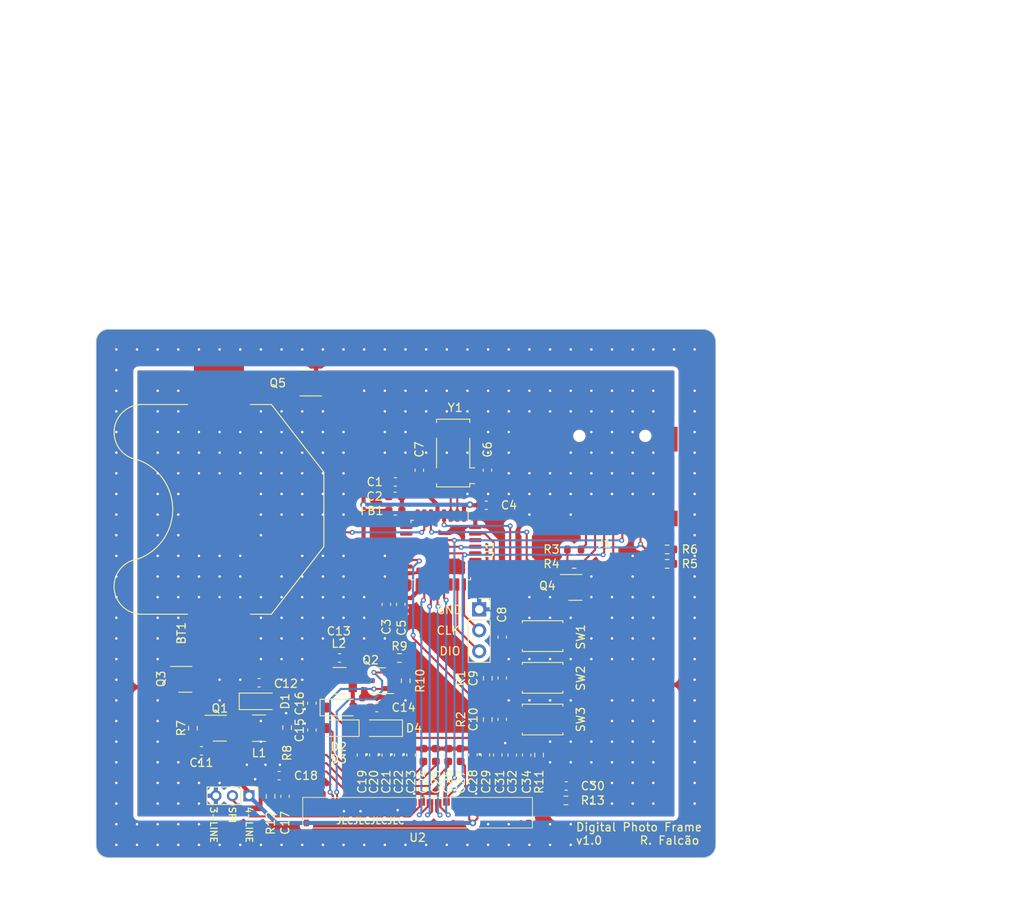
<source format=kicad_pcb>
(kicad_pcb (version 20221018) (generator pcbnew)
  (layers (0 "F.Cu" signal) (31 "B.Cu" signal) (34 "B.Paste" user) (35 "F.Paste" user) (36 "B.SilkS" user "B.Silkscreen") (37 "F.SilkS" user "F.Silkscreen") (38 "B.Mask" user) (39 "F.Mask" user) (44 "Edge.Cuts" user))
  (net 0 "")
  (net 1 "VDDA")
  (net 2 "GND")
  (net 3 "VDD")
  (net 4 "Net-(U1-PC14)")
  (net 5 "Net-(U1-PC15)")
  (net 6 "/NRST")
  (net 7 "/BOOT0")
  (net 8 "/BTN")
  (net 9 "/display/3V0")
  (net 10 "/display/VPC")
  (net 11 "Net-(D2-A)")
  (net 12 "Net-(D3-K)")
  (net 13 "/display/VGL")
  (net 14 "/display/VPH")
  (net 15 "Net-(U2-TFT_VCOM)")
  (net 16 "Net-(C18-Pad1)")
  (net 17 "Net-(U2-VSH)")
  (net 18 "Net-(U2-VSH_LV)")
  (net 19 "Net-(U2-VSH_LV2)")
  (net 20 "Net-(U2-VSL)")
  (net 21 "Net-(U2-VSL_LV)")
  (net 22 "Net-(U2-VSL_LV2)")
  (net 23 "Net-(U2-REFN)")
  (net 24 "Net-(U2-REFP)")
  (net 25 "Net-(U2-VDDDO)")
  (net 26 "Net-(U2-VCP2)")
  (net 27 "Net-(C30-Pad1)")
  (net 28 "Net-(U2-CP2P)")
  (net 29 "Net-(U2-CP2N)")
  (net 30 "Net-(U2-VCP1)")
  (net 31 "Net-(U2-CP1P)")
  (net 32 "Net-(U2-CP1N)")
  (net 33 "Net-(D1-K)")
  (net 34 "/display/BSO")
  (net 35 "/SWDIO")
  (net 36 "/SWCLK")
  (net 37 "/display/GDRC")
  (net 38 "/display/GDRH")
  (net 39 "/display/RESEH")
  (net 40 "/PWR_EPD")
  (net 41 "/PWR_SD")
  (net 42 "Net-(J1-DAT2)")
  (net 43 "/SPI_SD_CS")
  (net 44 "/SPI_MISO")
  (net 45 "Net-(J1-DAT1)")
  (net 46 "/display/RESEC")
  (net 47 "/display/VGH")
  (net 48 "Net-(U2-FPL_VCOM)")
  (net 49 "Net-(U2-VCOMBD)")
  (net 53 "/SPI_SCK")
  (net 54 "/SPI_MOSI")
  (net 56 "/EPD_RST")
  (net 57 "/EPD_BUSY")
  (net 58 "/EPD_DC")
  (net 59 "/EPD_CS")
  (net 79 "+BATT")
  (net 81 "/SD_VDD")
  (footprint "Capacitor_SMD:C_0603_1608Metric" (layer "F.Cu") (at 158.121304 115.568722 90)
    (fp_text reference "C23")
    (fp_text value "10u")
  )
  (footprint "Button_Switch_SMD:SW_SPST_EVQP2" (layer "F.Cu") (at 174.046304 106.218722)
    (fp_text reference "SW2")
    (fp_text value "SW_Push")
  )
  (footprint "Capacitor_SMD:C_0603_1608Metric" (layer "F.Cu") (at 164.121304 115.568722 90)
    (fp_text reference "C27")
    (fp_text value "2.2u")
  )
  (footprint "Capacitor_SMD:C_0603_1608Metric" (layer "F.Cu") (at 132.746304 115.068722 180)
    (fp_text reference "C11")
    (fp_text value "4.7u")
  )
  (footprint "Resistor_SMD:R_0603_1608Metric" (layer "F.Cu") (at 143.121304 112.243722 90)
    (fp_text reference "R8")
    (fp_text value "0.47R")
  )
  (footprint "Capacitor_SMD:C_0603_1608Metric" (layer "F.Cu") (at 169.156304 106.243722 -90)
    (fp_text reference "C9")
    (fp_text value "100n")
  )
  (footprint "Package_TO_SOT_SMD:SOT-23-3" (layer "F.Cu") (at 145.483804 70.518722 180)
    (fp_text reference "Q5")
    (fp_text value "FDN306P")
  )
  (footprint "Resistor_SMD:R_0603_1608Metric" (layer "F.Cu") (at 141.121304 120.568722 90)
    (fp_text reference "R12")
    (fp_text value "0R")
  )
  (footprint "Capacitor_SMD:C_0603_1608Metric" (layer "F.Cu") (at 142.146304 118.068722)
    (fp_text reference "C18")
    (fp_text value "0.47u")
  )
  (footprint "Capacitor_SMD:C_0603_1608Metric" (layer "F.Cu") (at 169.156304 101.293722 90)
    (fp_text reference "C8")
    (fp_text value "100n")
  )
  (footprint "Resistor_SMD:R_0603_1608Metric" (layer "F.Cu") (at 167.406304 111.268722 90)
    (fp_text reference "R2")
    (fp_text value "1M")
  )
  (footprint "Resistor_SMD:R_0603_1608Metric" (layer "F.Cu") (at 156.721304 103.818722)
    (fp_text reference "R9")
    (fp_text value "0.47R")
  )
  (footprint "Capacitor_SMD:C_0603_1608Metric" (layer "F.Cu") (at 165.621304 115.543722 90)
    (fp_text reference "C28")
    (fp_text value "1u")
  )
  (footprint "Capacitor_SMD:C_0603_1608Metric" (layer "F.Cu") (at 169.156304 111.243722 -90)
    (fp_text reference "C10")
    (fp_text value "100n")
  )
  (footprint "Capacitor_SMD:C_0603_1608Metric" (layer "F.Cu") (at 139.721304 106.818722 180)
    (fp_text reference "C12")
    (fp_text value "10u")
  )
  (footprint "Crystal:Crystal_SMD_Abracon_ABS25-4Pin_8.0x3.8mm" (layer "F.Cu") (at 163.221304 78.993722 180)
    (fp_text reference "Y1")
    (fp_text value "32.768k")
  )
  (footprint "Capacitor_SMD:C_0603_1608Metric" (layer "F.Cu") (at 156.871304 97.318722 -90)
    (fp_text reference "C5")
    (fp_text value "1u")
  )
  (footprint "Package_TO_SOT_SMD:SOT-23-3" (layer "F.Cu") (at 178.008804 95.268722)
    (fp_text reference "Q4")
    (fp_text value "FDN306P")
  )
  (footprint "Capacitor_SMD:C_0603_1608Metric" (layer "F.Cu") (at 172.121304 115.568722 90)
    (fp_text reference "C34")
    (fp_text value "1u")
  )
  (footprint "Capacitor_SMD:C_0603_1608Metric" (layer "F.Cu") (at 156.621304 115.568722 90)
    (fp_text reference "C22")
    (fp_text value "10u")
  )
  (footprint "Capacitor_SMD:C_0603_1608Metric" (layer "F.Cu") (at 156.196304 84.243722 180)
    (fp_text reference "C2")
    (fp_text value "1u")
  )
  (footprint "Diode_SMD:D_SOD-123" (layer "F.Cu") (at 149.471304 109.818722)
    (fp_text reference "D2")
    (fp_text value "MBR0530")
  )
  (footprint "Diode_SMD:D_SOD-123" (layer "F.Cu") (at 139.683804 109.068722)
    (fp_text reference "D1")
    (fp_text value "MBR0530")
  )
  (footprint "Package_QFP:LQFP-32_7x7mm_P0.8mm" (layer "F.Cu") (at 161.721304 90.743722 -90)
    (fp_text reference "U1")
    (fp_text value "STM32L010K8Tx")
  )
  (footprint "Package_TO_SOT_SMD:SOT-23-3" (layer "F.Cu") (at 134.971304 112.318722)
    (fp_text reference "Q1")
    (fp_text value "SI2301CDS")
  )
  (footprint "Resistor_SMD:R_0603_1608Metric" (layer "F.Cu") (at 177.871304 90.668722 180)
    (fp_text reference "R3")
    (fp_text value "10k")
  )
  (footprint "Resistor_SMD:R_0603_1608Metric" (layer "F.Cu") (at 189.121304 92.418722)
    (fp_text reference "R5")
    (fp_text value "10k")
  )
  (footprint "Capacitor_SMD:C_0603_1608Metric" (layer "F.Cu") (at 155.132788 97.318722 -90)
    (fp_text reference "C3")
    (fp_text value "100n")
  )
  (footprint "Capacitor_SMD:C_0603_1608Metric" (layer "F.Cu") (at 162.621304 115.568722 90)
    (fp_text reference "C26")
    (fp_text value "1u")
  )
  (footprint "photo_frame:L_Kyocera_LMLP_03" (layer "F.Cu") (at 149.471304 106.568722)
    (fp_text reference "L2")
    (fp_text value "10u")
  )
  (footprint "Capacitor_SMD:C_0603_1608Metric" (layer "F.Cu") (at 159.121304 81.068722 90)
    (fp_text reference "C7")
    (fp_text value "6p")
  )
  (footprint "Inductor_SMD:L_0603_1608Metric" (layer "F.Cu") (at 156.221304 85.993722)
    (fp_text reference "FB1")
    (fp_text value "100R")
  )
  (footprint "Capacitor_SMD:C_0603_1608Metric" (layer "F.Cu") (at 167.371304 81.068722 90)
    (fp_text reference "C6")
    (fp_text value "6p")
  )
  (footprint "Capacitor_SMD:C_0603_1608Metric" (layer "F.Cu") (at 167.121304 115.568722 -90)
    (fp_text reference "C29")
    (fp_text value "1u")
  )
  (footprint "Capacitor_SMD:C_0603_1608Metric" (layer "F.Cu") (at 159.621304 115.568722 90)
    (fp_text reference "C24")
    (fp_text value "10u")
  )
  (footprint "Resistor_SMD:R_0603_1608Metric" (layer "F.Cu") (at 157.471304 106.568722 90)
    (fp_text reference "R10")
    (fp_text value "1M")
  )
  (footprint "Capacitor_SMD:C_0603_1608Metric" (layer "F.Cu") (at 153.621304 115.568722 90)
    (fp_text reference "C20")
    (fp_text value "10u")
  )
  (footprint "Capacitor_SMD:C_0603_1608Metric" (layer "F.Cu") (at 161.121304 115.568722 90)
    (fp_text reference "C25")
    (fp_text value "1u")
  )
  (footprint "Capacitor_SMD:C_0603_1608Metric" (layer "F.Cu") (at 152.121304 115.568722 -90)
    (fp_text reference "C19")
    (fp_text value "10u")
  )
  (footprint "Resistor_SMD:R_0603_1608Metric" (layer "F.Cu") (at 177.871304 92.418722 180)
    (fp_text reference "R4")
    (fp_text value "10k")
  )
  (footprint "Capacitor_SMD:C_0603_1608Metric" (layer "F.Cu") (at 146.121304 109.293722 -90)
    (fp_text reference "C16")
    (fp_text value "10u")
  )
  (footprint "Resistor_SMD:R_0603_1608Metric" (layer "F.Cu") (at 167.406304 106.268722 90)
    (fp_text reference "R1")
    (fp_text value "1M")
  )
  (footprint "Resistor_SMD:R_0603_1608Metric" (layer "F.Cu") (at 189.121304 90.668722)
    (fp_text reference "R6")
    (fp_text value "10k")
  )
  (footprint "Connector_PinSocket_2.54mm:PinSocket_1x03_P2.54mm_Vertical" (layer "F.Cu") (at 166.371304 97.928722)
    (fp_text reference "J3" hide)
    (fp_text value "Conn_01x03_Pin")
  )
  (footprint "photo_frame:TFP09-2-12B" (layer "F.Cu") (at 181.546304 87.418722 180)
    (fp_text reference "J1")
    (fp_text value "Micro_SD_Card_Det2")
  )
  (footprint "Package_TO_SOT_SMD:SOT-23-3" (layer "F.Cu") (at 154.221304 106.568722 180)
    (fp_text reference "Q2")
    (fp_text value "BSS138")
  )
  (footprint "Diode_SMD:D_SOD-123" (layer "F.Cu") (at 149.471304 112.318722 180)
    (fp_text reference "D3")
    (fp_text value "MBR0530")
  )
  (footprint "Connector_PinHeader_2.00mm:PinHeader_1x03_P2.00mm_Vertical" (layer "F.Cu") (at 138.5 120.5 -90)
    (fp_text reference "J2" hide)
    (fp_text value "Conn_01x03_Pin")
  )
  (footprint "Capacitor_SMD:C_0603_1608Metric" (layer "F.Cu") (at 146.121304 112.543722 90)
    (fp_text reference "C15")
    (fp_text value "10u")
  )
  (footprint "Capacitor_SMD:C_0603_1608Metric" (layer "F.Cu") (at 167.221304 85.318722)
    (fp_text reference "C4")
    (fp_text value "100n")
  )
  (footprint "photo_frame:FH34SRJ-50S-0.5SH(50)" (layer "F.Cu") (at 158.911304 121.303722)
    (fp_text reference "U2")
    (fp_text value "~")
  )
  (footprint "Diode_SMD:D_SOD-123" (layer "F.Cu") (at 154.721304 112.318722 180)
    (fp_text reference "D4")
    (fp_text value "MBR0530")
  )
  (footprint "Resistor_SMD:R_0603_1608Metric" (layer "F.Cu") (at 173.621304 115.568722 90)
    (fp_text reference "R11")
    (fp_text value "0R")
  )
  (footprint "Resistor_SMD:R_0603_1608Metric" (layer "F.Cu") (at 176.871304 121.068722)
    (fp_text reference "R13")
    (fp_text value "0R")
  )
  (footprint "Capacitor_SMD:C_0603_1608Metric" (layer "F.Cu") (at 168.621304 115.568722 -90)
    (fp_text reference "C31")
    (fp_text value "1u")
  )
  (footprint "photo_frame:BAT_BK-877" (layer "F.Cu") (at 134.871304 85.818722 90)
    (fp_text reference "BT1")
    (fp_text value "CR2450")
  )
  (footprint "Capacitor_SMD:C_0603_1608Metric" (layer "F.Cu") (at 153.971304 109.818722)
    (fp_text reference "C14")
    (fp_text value "10u")
  )
  (footprint "Button_Switch_SMD:SW_SPST_EVQP2" (layer "F.Cu") (at 174.046304 111.268722)
    (fp_text reference "SW3")
    (fp_text value "SW_Push")
  )
  (footprint "Capacitor_SMD:C_0603_1608Metric" (layer "F.Cu") (at 170.371304 115.568722 90)
    (fp_text reference "C32")
    (fp_text value "1u")
  )
  (footprint "Capacitor_SMD:C_0603_1608Metric" (layer "F.Cu") (at 176.896304 119.318722 180)
    (fp_text reference "C30")
    (fp_text value "0.47u")
  )
  (footprint "Package_TO_SOT_SMD:SOT-23-3" (layer "F.Cu") (at 130.8 106.4)
    (fp_text reference "Q3")
    (fp_text value "FDN306P")
  )
  (footprint "photo_frame:L_Kyocera_LMLP_03" (layer "F.Cu") (at 139.721304 112.318722)
    (fp_text reference "L1")
    (fp_text value "10u")
  )
  (footprint "Resistor_SMD:R_0603_1608Metric" (layer "F.Cu") (at 131.721304 112.318722 90)
    (fp_text reference "R7")
    (fp_text value "1M")
  )
  (footprint "Capacitor_SMD:C_0603_1608Metric" (layer "F.Cu") (at 149.471304 103.818722)
    (fp_text reference "C13")
    (fp_text value "4.7u")
  )
  (footprint "Capacitor_SMD:C_0603_1608Metric" (layer "F.Cu") (at 142.871304 120.568722 90)
    (fp_text reference "C17")
    (fp_text value "4.7u")
  )
  (footprint "Capacitor_SMD:C_0603_1608Metric" (layer "F.Cu") (at 156.221304 82.493722 180)
    (fp_text reference "C1")
    (fp_text value "100n")
  )
  (footprint "Button_Switch_SMD:SW_SPST_EVQP2" (layer "F.Cu") (at 174.046304 101.168722)
    (fp_text reference "SW1")
    (fp_text value "SW_Push")
  )
  (footprint "Capacitor_SMD:C_0603_1608Metric" (layer "F.Cu") (at 155.121304 115.568722 90)
    (fp_text reference "C21")
    (fp_text value "10u")
  )
  (gr_line (start 195 126.5) (end 195 65.5) (stroke (width 0.1)) (layer "Edge.Cuts"))
  (gr_arc (start 121.499999 128.000001) (mid 120.439339 127.560661) (end 119.999999 126.500001) (stroke (width 0.1)) (layer "Edge.Cuts"))
  (gr_line (start 119.999999 65.499999) (end 119.999999 126.500001) (stroke (width 0.1)) (layer "Edge.Cuts"))
  (gr_line (start 121.499999 128.000001) (end 193.5 128) (stroke (width 0.1)) (layer "Edge.Cuts"))
  (gr_line (start 193.5 64) (end 121.499999 63.999999) (stroke (width 0.1)) (layer "Edge.Cuts"))
  (gr_arc (start 119.999999 65.499999) (mid 120.439339 64.439339) (end 121.499999 63.999999) (stroke (width 0.1)) (layer "Edge.Cuts"))
  (gr_arc (start 195 126.5) (mid 194.56066 127.56066) (end 193.5 128) (stroke (width 0.1)) (layer "Edge.Cuts"))
  (gr_arc (start 193.5 64) (mid 194.56066 64.43934) (end 195 65.5) (stroke (width 0.1)) (layer "Edge.Cuts"))
  (gr_text "JLCJLCJLCJLC" (at 149 124) (layer "F.SilkS") (effects (font (size 0.8 0.8)) (justify left bottom)))
  (gr_text "Digital Photo Frame\nv1.0      R. Falcão" (at 178 126.5) (layer "F.SilkS") (effects (font (size 1 1)) (justify left bottom)))
  (gr_text "4-LINE" (at 138.05 121.75 -90) (layer "F.SilkS") (effects (font (size 0.8 0.8)) (justify left bottom)))
  (gr_text "GND" (at 161.121304 98.568722) (layer "F.SilkS") (effects (font (size 1 1)) (justify left bottom)))
  (gr_text "SPI" (at 136 121.75 -90) (layer "F.SilkS") (effects (font (size 0.8 0.8)) (justify left bottom)))
  (gr_text "CLK" (at 161.121304 101.068722) (layer "F.SilkS") (effects (font (size 1 1)) (justify left bottom)))
  (gr_text "3-LINE" (at 133.75 121.75 -90) (layer "F.SilkS") (effects (font (size 0.8 0.8)) (justify left bottom)))
  (gr_text "DIO" (at 161.471304 103.568722) (layer "F.SilkS") (effects (font (size 1 1)) (justify left bottom)))
  (segment (start 157.008804 84.281222) (end 156.971304 84.243722) (width 0.5) (layer "F.Cu") (net 1))
  (segment (start 160.296304 84.243722) (end 156.971304 84.243722) (width 0.5) (layer "F.Cu") (net 1))
  (segment (start 156.971304 84.243722) (end 156.971304 82.518722) (width 0.5) (layer "F.Cu") (net 1))
  (segment (start 161.321304 85.268722) (end 160.296304 84.243722) (width 0.5) (layer "F.Cu") (net 1))
  (segment (start 157.008804 85.993722) (end 157.008804 84.281222) (width 0.5) (layer "F.Cu") (net 1))
  (segment (start 161.321304 86.568722) (end 161.321304 85.268722) (width 0.5) (layer "F.Cu") (net 1))
  (segment (start 156.971304 82.518722) (end 156.996304 82.493722) (width 0.5) (layer "F.Cu") (net 1))
  (segment (start 157.956278 114.793722) (end 157.25 115.5) (width 0.25) (layer "F.Cu") (net 2))
  (segment (start 153.621304 114.871304) (end 154.25 115.5) (width 0.25) (layer "F.Cu") (net 2))
  (segment (start 153.621304 114.793722) (end 153.621304 114.871304) (width 0.25) (layer "F.Cu") (net 2))
  (segment (start 159.661304 120.661304) (end 159.25 120.25) (width 0.25) (layer "F.Cu") (net 2))
  (segment (start 170.185866 114.793722) (end 170.371304 114.793722) (width 0.25) (layer "F.Cu") (net 2))
  (segment (start 156.661304 122.088696) (end 156.5 122.25) (width 0.25) (layer "F.Cu") (net 2))
  (segment (start 156.456278 114.793722) (end 155.75 115.5) (width 0.25) (layer "F.Cu") (net 2))
  (segment (start 155.121304 114.871304) (end 155.75 115.5) (width 0.25) (layer "F.Cu") (net 2))
  (segment (start 166.339682 115.4871) (end 165.621304 114.768722) (width 0.25) (layer "F.Cu") (net 2))
  (segment (start 143.121304 110.621304) (end 143 110.5) (width 0.5) (layer "F.Cu") (net 2))
  (segment (start 155.121304 114.793722) (end 155.121304 114.871304) (width 0.25) (layer "F.Cu") (net 2))
  (segment (start 146.121304 111.768722) (end 146.121304 110.068722) (width 0.5) (layer "F.Cu") (net 2))
  (segment (start 156.621304 114.871304) (end 157.25 115.5) (width 0.25) (layer "F.Cu") (net 2))
  (segment (start 146.121304 111.768722) (end 145.268722 111.768722) (width 0.5) (layer "F.Cu") (net 2))
  (segment (start 145.268722 111.768722) (end 145.25 111.75) (width 0.5) (layer "F.Cu") (net 2))
  (segment (start 142.921304 117.421304) (end 142.25 116.75) (width 0.5) (layer "F.Cu") (net 2))
  (segment (start 169.516644 114.1245) (end 170.185866 114.793722) (width 0.25) (layer "F.Cu") (net 2))
  (segment (start 165.661304 120.588696) (end 166 120.25) (width 0.25) (layer "F.Cu") (net 2))
  (segment (start 158.121304 114.793722) (end 157.956278 114.793722) (width 0.25) (layer "F.Cu") (net 2))
  (segment (start 152.161304 122.214196) (end 152 122.3755) (width 0.25) (layer "F.Cu") (net 2))
  (segment (start 165.661304 121.303722) (end 165.661304 120.588696) (width 0.25) (layer "F.Cu") (net 2))
  (segment (start 159.661304 121.303722) (end 159.661304 120.661304) (width 0.25) (layer "F.Cu") (net 2))
  (segment (start 156.621304 114.793722) (end 156.621304 114.871304) (width 0.25) (layer "F.Cu") (net 2))
  (segment (start 152.121304 114.793722) (end 152.121304 114.871304) (width 0.25) (layer "F.Cu") (net 2))
  (segment (start 156.686304 121.328722) (end 156.686304 121.5) (width 0.25) (layer "F.Cu") (net 2))
  (segment (start 156.621304 114.793722) (end 156.456278 114.793722) (width 0.25) (layer "F.Cu") (net 2))
  (segment (start 153.456278 114.793722) (end 152.75 115.5) (width 0.25) (layer "F.Cu") (net 2))
  (segment (start 159.25 120.25) (end 158.5 120.25) (width 0.25) (layer "F.Cu") (net 2))
  (segment (start 142.921304 118.068722) (end 142.921304 117.421304) (width 0.5) (layer "F.Cu") (net 2))
  (segment (start 146.121304 110.068722) (end 145.318722 110.068722) (width 0.5) (layer "F.Cu") (net 2))
  (segment (start 145.318722 110.068722) (end 145.25 110) (width 0.5) (layer "F.Cu") (net 2))
  (segment (start 166.427926 115.4871) (end 166.339682 115.4871) (width 0.25) (layer "F.Cu") (net 2))
  (segment (start 152.161304 121.303722) (end 152.161304 122.214196) (width 0.25) (layer "F.Cu") (net 2))
  (segment (start 150.161304 122.214196) (end 150 122.3755) (width 0.25) (layer "F.Cu") (net 2))
  (segment (start 150.161304 121.303722) (end 150.161304 122.214196) (width 0.25) (layer "F.Cu") (net 2))
  (segment (start 143.121304 111.418722) (end 143.121304 110.621304) (width 0.5) (layer "F.Cu") (net 2))
  (segment (start 166.427926 115.4871) (end 167.121304 114.793722) (width 0.25) (layer "F.Cu") (net 2))
  (segment (start 152.121304 114.871304) (end 152.75 115.5) (width 0.25) (layer "F.Cu") (net 2))
  (segment (start 154.956278 114.793722) (end 154.25 115.5) (width 0.25) (layer "F.Cu") (net 2))
  (segment (start 155.121304 114.793722) (end 154.956278 114.793722) (width 0.25) (layer "F.Cu") (net 2))
  (segment (start 156.661304 121.303722) (end 156.661304 122.088696) (width 0.25) (layer "F.Cu") (net 2))
  (segment (start 153.621304 114.793722) (end 153.456278 114.793722) (width 0.25) (layer "F.Cu") (net 2))
  (via (at 134.95 76.45) (size 0.6) (drill 0.3) (layers "F.Cu" "B.Cu") (net 2))
  (via (at 137.45 76.45) (size 0.6) (drill 0.3) (layers "F.Cu" "B.Cu") (net 2))
  (via (at 169.95 108.95) (size 0.6) (drill 0.3) (layers "F.Cu" "B.Cu") (net 2))
  (via (at 177.45 116.45) (size 0.6) (drill 0.3) (layers "F.Cu" "B.Cu") (net 2))
  (via (at 132.45 116.45) (size 0.6) (drill 0.3) (layers "F.Cu" "B.Cu") (net 2))
  (via (at 139.95 111.45) (size 0.6) (drill 0.3) (layers "F.Cu" "B.Cu") (net 2))
  (via (at 177.45 83.95) (size 0.6) (drill 0.3) (layers "F.Cu" "B.Cu") (net 2))
  (via (at 152.75 115.5) (size 0.6) (drill 0.3) (layers "F.Cu" "B.Cu") (net 2))
  (via (at 147.45 101.45) (size 0.6) (drill 0.3) (layers "F.Cu" "B.Cu") (net 2))
  (via (at 127.45 108.95) (size 0.6) (drill 0.3) (layers "F.Cu" "B.Cu") (net 2))
  (via (at 127.45 116.45) (size 0.6) (drill 0.3) (layers "F.Cu" "B.Cu") (net 2))
  (via (at 142.45 76.45) (size 0.6) (drill 0.3) (layers "F.Cu" "B.Cu") (net 2))
  (via (at 182.45 96.45) (size 0.6) (drill 0.3) (layers "F.Cu" "B.Cu") (net 2))
  (via (at 154.95 91.45) (size 0.6) (drill 0.3) (layers "F.Cu" "B.Cu") (net 2))
  (via (at 184.95 113.95) (size 0.6) (drill 0.3) (layers "F.Cu" "B.Cu") (net 2))
  (via (at 147.45 76.45) (size 0.6) (drill 0.3) (layers "F.Cu" "B.Cu") (net 2))
  (via (at 134.95 78.95) (size 0.6) (drill 0.3) (layers "F.Cu" "B.Cu") (net 2))
  (via (at 149.95 93.95) (size 0.6) (drill 0.3) (layers "F.Cu" "B.Cu") (net 2))
  (via (at 164.95 78.95) (size 0.6) (drill 0.3) (layers "F.Cu" "B.Cu") (net 2))
  (via (at 129.95 78.95) (size 0.6) (drill 0.3) (layers "F.Cu" "B.Cu") (net 2))
  (via (at 132.45 91.45) (size 0.6) (drill 0.3) (layers "F.Cu" "B.Cu") (net 2))
  (via (at 127.45 76.45) (size 0.6) (drill 0.3) (layers "F.Cu" "B.Cu") (net 2))
  (via (at 127.45 98.95) (size 0.6) (drill 0.3) (layers "F.Cu" "B.Cu") (net 2))
  (via (at 129.95 96.45) (size 0.6) (drill 0.3) (layers "F.Cu" "B.Cu") (net 2))
  (via (at 139.25 118.5) (size 0.6) (drill 0.3) (layers "F.Cu" "B.Cu") (net 2))
  (via (at 159.95 73.95) (size 0.6) (drill 0.3) (layers "F.Cu" "B.Cu") (net 2))
  (via (at 182.45 73.95) (size 0.6) (drill 0.3) (layers "F.Cu" "B.Cu") (net 2))
  (via (at 169.516644 114.1245) (size 0.6) (drill 0.3) (layers "F.Cu" "B.Cu") (net 2))
  (via (at 182.45 83.95) (size 0.6) (drill 0.3) (layers "F.Cu" "B.Cu") (net 2))
  (via (at 129.95 101.45) (size 0.6) (drill 0.3) (layers "F.Cu" "B.Cu") (net 2))
  (via (at 139.95 81.45) (size 0.6) (drill 0.3) (layers "F.Cu" "B.Cu") (net 2))
  (via (at 182.45 116.45) (size 0.6) (drill 0.3) (layers "F.Cu" "B.Cu") (net 2))
  (via (at 184.95 76.45) (size 0.6) (drill 0.3) (layers "F.Cu" "B.Cu") (net 2))
  (via (at 157.45 108.95) (size 0.6) (drill 0.3) (layers "F.Cu" "B.Cu") (net 2))
  (via (at 142.45 86.45) (size 0.6) (drill 0.3) (layers "F.Cu" "B.Cu") (net 2))
  (via (at 137.45 96.45) (size 0.6) (drill 0.3) (layers "F.Cu" "B.Cu") (net 2))
  (via (at 147.45 83.95) (size 0.6) (drill 0.3) (layers "F.Cu" "B.Cu") (net 2))
  (via (at 139.95 78.95) (size 0.6) (drill 0.3) (layers "F.Cu" "B.Cu") (net 2))
  (via (at 129.95 91.45) (size 0.6) (drill 0.3) (layers "F.Cu" "B.Cu") (net 2))
  (via (at 162.45 73.95) (size 0.6) (drill 0.3) (layers "F.Cu" "B.Cu") (net 2))
  (via (at 177.45 73.95) (size 0.6) (drill 0.3) (layers "F.Cu" "B.Cu") (net 2))
  (via (at 174.95 83.95) (size 0.6) (drill 0.3) (layers "F.Cu" "B.Cu") (net 2))
  (via (at 142.45 103.95) (size 0.6) (drill 0.3) (layers "F.Cu" "B.Cu") (net 2))
  (via (at 147.45 86.45) (size 0.6) (drill 0.3) (layers "F.Cu" "B.Cu") (net 2))
  (via (at 149.95 76.45) (size 0.6) (drill 0.3) (layers "F.Cu" "B.Cu") (net 2))
  (via (at 127.45 96.45) (size 0.6) (drill 0.3) (layers "F.Cu" "B.Cu") (net 2))
  (via (at 139.95 113.95) (size 0.6) (drill 0.3) (layers "F.Cu" "B.Cu") (net 2))
  (via (at 144.95 78.95) (size 0.6) (drill 0.3) (layers "F.Cu" "B.Cu") (net 2))
  (via (at 129.95 86.45) (size 0.6) (drill 0.3) (layers "F.Cu" "B.Cu") (net 2))
  (via (at 159.95 78.95) (size 0.6) (drill 0.3) (layers "F.Cu" "B.Cu") (net 2))
  (via (at 172.45 73.95) (size 0.6) (drill 0.3) (layers "F.Cu" "B.Cu") (net 2))
  (via (at 139.95 101.45) (size 0.6) (drill 0.3) (layers "F.Cu" "B.Cu") (net 2))
  (via (at 139.95 76.45) (size 0.6) (drill 0.3) (layers "F.Cu" "B.Cu") (net 2))
  (via (at 129.95 81.45) (size 0.6) (drill 0.3) (layers "F.Cu" "B.Cu") (net 2))
  (via (at 162.45 78.95) (size 0.6) (drill 0.3) (layers "F.Cu" "B.Cu") (net 2))
  (via (at 154.95 76.45) (size 0.6) (drill 0.3) (layers "F.Cu" "B.Cu") (net 2))
  (via (at 172.45 83.95) (size 0.6) (drill 0.3) (layers "F.Cu" "B.Cu") (net 2))
  (via (at 147.45 98.95) (size 0.6) (drill 0.3) (layers "F.Cu" "B.Cu") (net 2))
  (via (at 167.45 76.45) (size 0.6) (drill 0.3) (layers "F.Cu" "B.Cu") (net 2))
  (via (at 127.45 83.95) (size 0.6) (drill 0.3) (layers "F.Cu" "B.Cu") (net 2))
  (via (at 149.95 83.95) (size 0.6) (drill 0.3) (layers "F.Cu" "B.Cu") (net 2))
  (via (at 149.95 86.45) (size 0.6) (drill 0.3) (layers "F.Cu" "B.Cu") (net 2))
  (via (at 162.45 71.45) (size 0.6) (drill 0.3) (layers "F.Cu" "B.Cu") (net 2))
  (via (at 127.45 93.95) (size 0.6) (drill 0.3) (layers "F.Cu" "B.Cu") (net 2))
  (via (at 127.45 121.45) (size 0.6) (drill 0.3) (layers "F.Cu" "B.Cu") (net 2))
  (via (at 184.95 116.45) (size 0.6) (drill 0.3) (layers "F.Cu" "B.Cu") (net 2))
  (via (at 142.45 73.95) (size 0.6) (drill 0.3) (layers "F.Cu" "B.Cu") (net 2))
  (via (at 144.95 76.45) (size 0.6) (drill 0.3) (layers "F.Cu" "B.Cu") (net 2))
  (via (at 169.95 103.95) (size 0.6) (drill 0.3) (layers "F.Cu" "B.Cu") (net 2))
  (via (at 184.95 93.95) (size 0.6) (drill 0.3) (layers "F.Cu" "B.Cu") (net 2))
  (via (at 139.95 96.45) (size 0.6) (drill 0.3) (layers "F.Cu" "B.Cu") (net 2))
  (via (at 142.45 106.45) (size 0.6) (drill 0.3) (layers "F.Cu" "B.Cu") (net 2))
  (via (at 137.45 91.45) (size 0.6) (drill 0.3) (layers "F.Cu" "B.Cu") (net 2))
  (via (at 166.427926 115.4871) (size 0.6) (drill 0.3) (layers "F.Cu" "B.Cu") (net 2))
  (via (at 174.95 116.45) (size 0.6) (drill 0.3) (layers "F.Cu" "B.Cu") (net 2))
  (via (at 182.45 81.45) (size 0.6) (drill 0.3) (layers "F.Cu" "B.Cu") (net 2))
  (via (at 127.45 103.95) (size 0.6) (drill 0.3) (layers "F.Cu" "B.Cu") (net 2))
  (via (at 132.45 81.45) (size 0.6) (drill 0.3) (layers "F.Cu" "B.Cu") (net 2))
  (via (at 187.45 96.45) (size 0.6) (drill 0.3) (layers "F.Cu" "B.Cu") (net 2))
  (via (at 184.95 78.95) (size 0.6) (drill 0.3) (layers "F.Cu" "B.Cu") (net 2))
  (via (at 179.95 103.95) (size 0.6) (drill 0.3) (layers "F.Cu" "B.Cu") (net 2))
  (via (at 139.95 98.95) (size 0.6) (drill 0.3) (layers "F.Cu" "B.Cu") (net 2))
  (via (at 169.95 73.95) (size 0.6) (drill 0.3) (layers "F.Cu" "B.Cu") (net 2))
  (via (at 184.95 98.95) (size 0.6) (drill 0.3) (layers "F.Cu" "B.Cu") (net 2))
  (via (at 142.45 81.45) (size 0.6) (drill 0.3) (layers "F.Cu" "B.Cu") (net 2))
  (via (at 174.95 71.45) (size 0.6) (drill 0.3) (layers "F.Cu" "B.Cu") (net 2))
  (via (at 132.45 121.45) (size 0.6) (drill 0.3) (layers "F.Cu" "B.Cu") (net 2))
  (via (at 149.95 101.45) (size 0.6) (drill 0.3) (layers "F.Cu" "B.Cu") (net 2))
  (via (at 144.95 103.95) (size 0.6) (drill 0.3) (layers "F.Cu" "B.Cu") (net 2))
  (via (at 177.45 81.45) (size 0.6) (drill 0.3) (layers "F.Cu" "B.Cu") (net 2))
  (via (at 184.95 96.45) (size 0.6) (drill 0.3) (layers "F.Cu" "B.Cu") (net 2))
  (via (at 172.45 103.95) (size 0.6) (drill 0.3) (layers "F.Cu" "B.Cu") (net 2))
  (via (at 140.5 116.75) (size 0.6) (drill 0.3) (layers "F.Cu" "B.Cu") (net 2))
  (via (at 184.95 101.45) (size 0.6) (drill 0.3) (layers "F.Cu" "B.Cu") (net 2))
  (via (at 174.95 98.95) (size 0.6) (drill 0.3) (layers "F.Cu" "B.Cu") (net 2))
  (via (at 182.45 111.45) (size 0.6) (drill 0.3) (layers "F.Cu" "B.Cu") (net 2))
  (via (at 134.95 96.45) (size 0.6) (drill 0.3) (layers "F.Cu" "B.Cu") (net 2))
  (via (at 155.75 115.5) (size 0.6) (drill 0.3) (layers "F.Cu" "B.Cu") (net 2))
  (via (at 174.95 113.95) (size 0.6) (drill 0.3) (layers "F.Cu" "B.Cu") (net 2))
  (via (at 182.45 76.45) (size 0.6) (drill 0.3) (layers "F.Cu" "B.Cu") (net 2))
  (via (at 127.45 81.45) (size 0.6) (drill 0.3) (layers "F.Cu" "B.Cu") (net 2))
  (via (at 147.45 78.95) (size 0.6) (drill 0.3) (layers "F.Cu" "B.Cu") (net 2))
  (via (at 187.45 83.95) (size 0.6) (drill 0.3) (layers "F.Cu" "B.Cu") (net 2))
  (via (at 127.45 91.45) (size 0.6) (drill 0.3) (layers "F.Cu" "B.Cu") (net 2))
  (via (at 184.95 111.45) (size 0.6) (drill 0.3) (layers "F.Cu" "B.Cu") (net 2))
  (via (at 167.45 73.95) (size 0.6) (drill 0.3) (layers "F.Cu" "B.Cu") (net 2))
  (via (at 187.45 111.45) (size 0.6) (drill 0.3) (layers "F.Cu" "B.Cu") (net 2))
  (via (at 149.95 81.45) (size 0.6) (drill 0.3) (layers "F.Cu" "B.Cu") (net 2))
  (via (at 184.95 71.45) (size 0.6) (drill 0.3) (layers "F.Cu" "B.Cu") (net 2))
  (via (at 157.25 115.5) (size 0.6) (drill 0.3) (layers "F.Cu" "B.Cu") (net 2))
  (via (at 154.95 93.95) (size 0.6) (drill 0.3) (layers "F.Cu" "B.Cu") (net 2))
  (via (at 172.45 108.95) (size 0.6) (drill 0.3) (layers "F.Cu" "B.Cu") (net 2))
  (via (at 157.45 73.95) (size 0.6) (drill 0.3) (layers "F.Cu" "B.Cu") (net 2))
  (via (at 184.95 91.45) (size 0.6) (drill 0.3) (layers "F.Cu" "B.Cu") (net 2))
  (via (at 129.95 73.95) (size 0.6) (drill 0.3) (layers "F.Cu" "B.Cu") (net 2))
  (via (at 157.45 71.45) (size 0.6) (drill 0.3) (layers "F.Cu" "B.Cu") (net 2))
  (via (at 172.45 98.95) (size 0.6) (drill 0.3) (layers "F.Cu" "B.Cu") (net 2))
  (via (at 166 120.25) (size 0.6) (drill 0.3) (layers "F.Cu" "B.Cu") (net 2))
  (via (at 147.45 93.95) (size 0.6) (drill 0.3) (layers "F.Cu" "B.Cu") (net 2))
  (via (at 187.45 98.95) (size 0.6) (drill 0.3) (layers "F.Cu" "B.Cu") (net 2))
  (via (at 169.95 83.95) (size 0.6) (drill 0.3) (layers "F.Cu" "B.Cu") (net 2))
  (via (at 187.45 101.45) (size 0.6) (drill 0.3) (layers "F.Cu" "B.Cu") (net 2))
  (via (at 184.95 81.45) (size 0.6) (drill 0.3) (layers "F.Cu" "B.Cu") (net 2))
  (via (at 129.95 121.45) (size 0.6) (drill 0.3) (layers "F.Cu" "B.Cu") (net 2))
  (via (at 144.95 86.45) (size 0.6) (drill 0.3) (layers "F.Cu" "B.Cu") (net 2))
  (via (at 149.95 91.45) (size 0.6) (drill 0.3) (layers "F.Cu" "B.Cu") (net 2))
  (via (at 172.45 86.45) (size 0.6) (drill 0.3) (layers "F.Cu" "B.Cu") (net 2))
  (via (at 127.45 88.95) (size 0.6) (drill 0.3) (layers "F.Cu" "B.Cu") (net 2))
  (via (at 187.45 78.95) (size 0.6) (drill 0.3) (layers "F.Cu" "B.Cu") (net 2))
  (via (at 182.45 71.45) (size 0.6) (drill 0.3) (layers "F.Cu" "B.Cu") (net 2))
  (via (at 187.45 81.45) (size 0.6) (drill 0.3) (layers "F.Cu" "B.Cu") (net 2))
  (via (at 179.95 96.45) (size 0.6) (drill 0.3) (layers "F.Cu" "B.Cu") (net 2))
  (via (at 149.95 96.45) (size 0.6) (drill 0.3) (layers "F.Cu" "B.Cu") (net 2))
  (via (at 174.95 73.95) (size 0.6) (drill 0.3) (layers "F.Cu" "B.Cu") (net 2))
  (via (at 179.95 113.95) (size 0.6) (drill 0.3) (layers "F.Cu" "B.Cu") (net 2))
  (via (at 169.95 78.95) (size 0.6) (drill 0.3) (layers "F.Cu" "B.Cu") (net 2))
  (via (at 154.95 78.95) (size 0.6) (drill 0.3) (layers "F.Cu" "B.Cu") (net 2))
  (via (at 132.45 93.95) (size 0.6) (drill 0.3) (layers "F.Cu" "B.Cu") (net 2))
  (via (at 169.95 71.45) (size 0.6) (drill 0.3) (layers "F.Cu" "B.Cu") (net 2))
  (via (at 169.95 76.45) (size 0.6) (drill 0.3) (layers "F.Cu" "B.Cu") (net 2))
  (via (at 164.95 83.95) (size 0.6) (drill 0.3) (layers "F.Cu" "B.Cu") (net 2))
  (via (at 154.25 115.5) (size 0.6) (drill 0.3) (layers "F.Cu" "B.Cu") (net 2))
  (via (at 129.95 98.95) (size 0.6) (drill 0.3) (layers "F.Cu" "B.Cu") (net 2))
  (via (at 182.45 103.95) (size 0.6) (drill 0.3) (layers "F.Cu" "B.Cu") (net 2))
  (via (at 134.95 118.95) (size 0.6) (drill 0.3) (layers "F.Cu" "B.Cu") (net 2))
  (via (at 169.95 81.45) (size 0.6) (drill 0.3) (layers "F.Cu" "B.Cu") (net 2))
  (via (at 129.95 93.95) (size 0.6) (drill 0.3) (layers "F.Cu" "B.Cu") (net 2))
  (via (at 182.45 101.45) (size 0.6) (drill 0.3) (layers "F.Cu" "B.Cu") (net 2))
  (via (at 187.45 113.95) (size 0.6) (drill 0.3) (layers "F.Cu" "B.Cu") (net 2))
  (via (at 172.45 81.45) (size 0.6) (drill 0.3) (layers "F.Cu" "B.Cu") (net 2))
  (via (at 177.45 113.95) (size 0.6) (drill 0.3) (layers "F.Cu" "B.Cu") (net 2))
  (via (at 145.25 110) (size 0.6) (drill 0.3) (layers "F.Cu" "B.Cu") (net 2))
  (via (at 147.45 81.45) (size 0.6) (drill 0.3) (layers "F.Cu" "B.Cu") (net 2))
  (via (at 139.95 103.95) (size 0.6) (drill 0.3) (layers "F.Cu" "B.Cu") (net 2))
  (via (at 167.45 83.95) (size 0.6) (drill 0.3) (layers "F.Cu" "B.Cu") (net 2))
  (via (at 127.45 111.45) (size 0.6) (drill 0.3) (layers "F.Cu" "B.Cu") (net 2))
  (via (at 164.95 73.95) (size 0.6) (drill 0.3) (layers "F.Cu" "B.Cu") (net 2))
  (via (at 179.95 81.45) (size 0.6) (drill 0.3) (layers "F.Cu" "B.Cu") (net 2))
  (via (at 144.95 91.45) (size 0.6) (drill 0.3) (layers "F.Cu" "B.Cu") (net 2))
  (via (at 154.95 73.95) (size 0.6) (drill 0.3) (layers "F.Cu" "B.Cu") (net 2))
  (via (at 147.45 91.45) (size 0.6) (drill 0.3) (layers "F.Cu" "B.Cu") (net 2))
  (via (at 152.45 96.45) (size 0.6) (drill 0.3) (layers "F.Cu" "B.Cu") (net 2))
  (via (at 152.45 71.45) (size 0.6) (drill 0.3) (layers "F.Cu" "B.Cu") (net 2))
  (via (at 139.95 73.95) (size 0.6) (drill 0.3) (layers "F.Cu" "B.Cu") (net 2))
  (via (at 152 122.3755) (size 0.6) (drill 0.3) (layers "F.Cu" "B.Cu") (net 2))
  (via (at 174.95 108.95) (size 0.6) (drill 0.3) (layers "F.Cu" "B.Cu") (net 2))
  (via (at 177.45 78.95) (size 0.6) (drill 0.3) (layers "F.Cu" "B.Cu") (net 2))
  (via (at 187.45 108.95) (size 0.6) (drill 0.3) (layers "F.Cu" "B.Cu") (net 2))
  (via (at 177.45 86.45) (size 0.6) (drill 0.3) (layers "F.Cu" "B.Cu") (net 2))
  (via (at 132.45 78.95) (size 0.6) (drill 0.3) (layers "F.Cu" "B.Cu") (net 2))
  (via (at 142.45 96.45) (size 0.6) (drill 0.3) (layers "F.Cu" "B.Cu") (net 2))
  (via (at 179.95 71.45) (size 0.6) (drill 0.3) (layers "F.Cu" "B.Cu") (net 2))
  (via (at 179.95 73.95) (size 0.6) (drill 0.3) (layers "F.Cu" "B.Cu") (net 2))
  (via (at 147.45 73.95) (size 0.6) (drill 0.3) (layers "F.Cu" "B.Cu") (net 2))
  (via (at 144.95 83.95) (size 0.6) (drill 0.3) (layers "F.Cu" "B.Cu") (net 2))
  (via (at 187.45 103.95) (size 0.6) (drill 0.3) (layers "F.Cu" "B.Cu") (net 2))
  (via (at 127.45 73.95) (size 0.6) (drill 0.3) (layers "F.Cu" "B.Cu") (net 2))
  (via (at 177.45 98.95) (size 0.6) (drill 0.3) (layers "F.Cu" "B.Cu") (net 2))
  (via (at 154.95 71.45) (size 0.6) (drill 0.3) (layers "F.Cu" "B.Cu") (net 2))
  (via (at 144.95 93.95) (size 0.6) (drill 0.3) (layers "F.Cu" "B.Cu") (net 2))
  (via (at 139.95 83.95) (size 0.6) (drill 0.3) (layers "F.Cu" "B.Cu") (net 2))
  (via (at 179.95 118.95) (size 0.6) (drill 0.3) (layers "F.Cu" "B.Cu") (net 2))
  (via (at 127.45 101.45) (size 0.6) (drill 0.3) (layers "F.Cu" "B.Cu") (net 2))
  (via (at 184.95 118.95) (size 0.6) (drill 0.3) (layers "F.Cu" "B.Cu") (net 2))
  (via (at 129.95 118.95) (size 0.6) (drill 0.3) (layers "F.Cu" "B.Cu") (net 2))
  (via (at 129.95 88.95) (size 0.6) (drill 0.3) (layers "F.Cu" "B.Cu") (net 2))
  (via (at 142.25 116.75) (size 0.6) (drill 0.3) (layers "F.Cu" "B.Cu") (net 2))
  (via (at 132.45 118.95) (size 0.6) (drill 0.3) (layers "F.Cu" "B.Cu") (net 2))
  (via (at 144.95 96.45) (size 0.6) (drill 0.3) (layers "F.Cu" "B.Cu") (net 2))
  (via (at 167.45 78.95) (size 0.6) (drill 0.3) (layers "F.Cu" "B.Cu") (net 2))
  (via (at 182.45 108.95) (size 0.6) (drill 0.3) (layers "F.Cu" "B.Cu") (net 2))
  (via (at 164.95 71.45) (size 0.6) (drill 0.3) (layers "F.Cu" "B.Cu") (net 2))
  (via (at 127.45 118.95) (size 0.6) (drill 0.3) (layers "F.Cu" "B.Cu") (net 2))
  (via (at 129.95 116.45) (size 0.6) (drill 0.3) (layers "F.Cu" "B.Cu") (net 2))
  (via (at 152.45 98.95) (size 0.6) (drill 0.3) (layers "F.Cu" "B.Cu") (net 2))
  (via (at 157.45 76.45) (size 0.6) (drill 0.3) (layers "F.Cu" "B.Cu") (net 2))
  (via (at 142.45 83.95) (size 0.6) (drill 0.3) (layers "F.Cu" "B.Cu") (net 2))
  (via (at 152.45 101.45) (size 0.6) (drill 0.3) (layers "F.Cu" "B.Cu") (net 2))
  (via (at 184.95 73.95) (size 0.6) (drill 0.3) (layers "F.Cu" "B.Cu") (net 2))
  (via (at 174.95 81.45) (size 0.6) (drill 0.3) (layers "F.Cu" "B.Cu") (net 2))
  (via (at 138.25 116.75) (size 0.6) (drill 0.3) (layers "F.Cu" "B.Cu") (net 2))
  (via (at 182.45 121.45) (size 0.6) (drill 0.3) (layers "F.Cu" "B.Cu") (net 2))
  (via (at 174.95 103.95) (size 0.6) (drill 0.3) (layers "F.Cu" "B.Cu") (net 2))
  (via (at 149.95 78.95) (size 0.6) (drill 0.3) (layers "F.Cu" "B.Cu") (net 2))
  (via (at 177.45 108.95) (size 0.6) (drill 0.3) (layers "F.Cu" "B.Cu") (net 2))
  (via (at 184.95 83.95) (size 0.6) (drill 0.3) (layers "F.Cu" "B.Cu") (net 2))
  (via (at 179.95 121.45) (size 0.6) (drill 0.3) (layers "F.Cu" "B.Cu") (net 2))
  (via (at 134.95 93.95) (size 0.6) (drill 0.3) (layers "F.Cu" "B.Cu") (net 2))
  (via (at 179.95 78.95) (size 0.6) (drill 0.3) (layers "F.Cu" "B.Cu") (net 2))
  (via (at 182.45 98.95) (size 0.6) (drill 0.3) (layers "F.Cu" "B.Cu") (net 2))
  (via (at 144.95 98.95) (size 0.6) (drill 0.3) (layers "F.Cu" "B.Cu") (net 2))
  (via (at 149.95 98.95) (size 0.6) (drill 0.3) (layers "F.Cu" "B.Cu") (net 2))
  (via (at 142.45 93.95) (size 0.6) (drill 0.3) (layers "F.Cu" "B.Cu") (net 2))
  (via (at 187.45 73.95) (size 0.6) (drill 0.3) (layers "F.Cu" "B.Cu") (net 2))
  (via (at 154.95 101.45) (size 0.6) (drill 0.3) (layers "F.Cu" "B.Cu") (net 2))
  (via (at 150 122.3755) (size 0.6) (drill 0.3) (layers "F.Cu" "B.Cu") (net 2))
  (via (at 127.45 71.45) (size 0.6) (drill 0.3) (layers "F.Cu" "B.Cu") (net 2))
  (via (at 143 110.5) (size 0.6) (drill 0.3) (layers "F.Cu" "B.Cu") (net 2))
  (via (at 174.95 96.45) (size 0.6) (drill 0.3) (layers "F.Cu" "B.Cu") (net 2))
  (via (at 129.95 83.95) (size 0.6) (drill 0.3) (layers "F.Cu" "B.Cu") (net 2))
  (via (at 129.95 71.45) (size 0.6) (drill 0.3) (layers "F.Cu" "B.Cu") (net 2))
  (via (at 145.25 111.75) (size 0.6) (drill 0.3) (layers "F.Cu" "B.Cu") (net 2))
  (via (at 179.95 83.95) (size 0.6) (drill 0.3) (layers "F.Cu" "B.Cu") (net 2))
  (via (at 127.45 78.95) (size 0.6) (drill 0.3) (layers "F.Cu" "B.Cu") (net 2))
  (via (at 137.45 93.95) (size 0.6) (drill 0.3) (layers "F.Cu" "B.Cu") (net 2))
  (via (at 184.95 121.45) (size 0.6) (drill 0.3) (layers "F.Cu" "B.Cu") (net 2))
  (via (at 179.95 93.95) (size 0.6) (drill 0.3) (layers "F.Cu" "B.Cu") (net 2))
  (via (at 144.95 81.45) (size 0.6) (drill 0.3) (layers "F.Cu" "B.Cu") (net 2))
  (via (at 187.45 121.45) (size 0.6) (drill 0.3) (layers "F.Cu" "B.Cu") (net 2))
  (via (at 142.45 98.95) (size 0.6) (drill 0.3) (layers "F.Cu" "B.Cu") (net 2))
  (via (at 134.95 106.45) (size 0.6) (drill 0.3) (layers "F.Cu" "B.Cu") (net 2))
  (via (at 182.45 118.95) (size 0.6) (drill 0.3) (layers "F.Cu" "B.Cu") (net 2))
  (via (at 172.45 71.45) (size 0.6) (drill 0.3) (layers "F.Cu" "B.Cu") (net 2))
  (via (at 182.45 78.95) (size 0.6) (drill 0.3) (layers "F.Cu" "B.Cu") (net 2))
  (via (at 129.95 76.45) (size 0.6) (drill 0.3) (layers "F.Cu" "B.Cu") (net 2))
  (via (at 134.95 91.45) (size 0.6) (drill 0.3) (layers "F.Cu" "B.Cu") (net 2))
  (via (at 144.95 101.45) (size 0.6) (drill 0.3) (layers "F.Cu" "B.Cu") (net 2))
  (via (at 182.45 113.95) (size 0.6) (drill 0.3) (layers "F.Cu" "B.Cu") (net 2))
  (via (at 179.95 76.45) (size 0.6) (drill 0.3) (layers "F.Cu" "B.Cu") (net 2))
  (via (at 158.5 120.25) (size 0.6) (drill 0.3) (layers "F.Cu" "B.Cu") (net 2))
  (via (at 187.45 71.45) (size 0.6) (drill 0.3) (layers "F.Cu" "B.Cu") (net 2))
  (via (at 157.45 78.95) (size 0.6) (drill 0.3) (layers "F.Cu" "B.Cu") (net 2))
  (via (at 134.95 108.95) (size 0.6) (drill 0.3) (layers "F.Cu" "B.Cu") (net 2))
  (via (at 187.45 116.45) (size 0.6) (drill 0.3) (layers "F.Cu" "B.Cu") (net 2))
  (via (at 147.45 96.45) (size 0.6) (drill 0.3) (layers "F.Cu" "B.Cu") (net 2))
  (via (at 187.45 118.95) (size 0.6) (drill 0.3) (layers "F.Cu" "B.Cu") (net 2))
  (via (at 127.45 113.95) (size 0.6) (drill 0.3) (layers "F.Cu" "B.Cu") (net 2))
  (via (at 177.45 103.95) (size 0.6) (drill 0.3) (layers "F.Cu" "B.Cu") (net 2))
  (via (at 127.45 86.45) (size 0.6) (drill 0.3) (layers "F.Cu" "B.Cu") (net 2))
  (via (at 156.5 122.25) (size 0.6) (drill 0.3) (layers "F.Cu" "B.Cu") (net 2))
  (via (at 132.45 76.45) (size 0.6) (drill 0.3) (layers "F.Cu" "B.Cu") (net 2))
  (via (at 137.45 78.95) (size 0.6) (drill 0.3) (layers "F.Cu" "B.Cu") (net 2))
  (via (at 132.45 96.45) (size 0.6) (drill 0.3) (layers "F.Cu" "B.Cu") (net 2))
  (via (at 152.45 103.95) (size 0.6) (drill 0.3) (layers "F.Cu" "B.Cu") (net 2))
  (via (at 144.95 106.45) (size 0.6) (drill 0.3) (layers "F.Cu" "B.Cu") (net 2))
  (via (at 144.95 73.95) (size 0.6) (drill 0.3) (layers "F.Cu" "B.Cu") (net 2))
  (via (at 179.95 101.45) (size 0.6) (drill 0.3) (layers "F.Cu" "B.Cu") (net 2))
  (via (at 179.95 116.45) (size 0.6) (drill 0.3) (layers "F.Cu" "B.Cu") (net 2))
  (via (at 184.95 108.95) (size 0.6) (drill 0.3) (layers "F.Cu" "B.Cu") (net 2))
  (via (at 137.45 106.45) (size 0.6) (drill 0.3) (layers "F.Cu" "B.Cu") (net 2))
  (via (at 167.45 71.45) (size 0.6) (drill 0.3) (layers "F.Cu" "B.Cu") (net 2))
  (via (at 159.95 71.45) (size 0.6) (drill 0.3) (layers "F.Cu" "B.Cu") (net 2))
  (via (at 172.45 96.45) (size 0.6) (drill 0.3) (layers "F.Cu" "B.Cu") (net 2))
  (via (at 134.95 81.45) (size 0.6) (drill 0.3) (layers "F.Cu" "B.Cu") (net 2))
  (via (at 142.45 78.95) (size 0.6) (drill 0.3) (layers "F.Cu" "B.Cu") (net 2))
  (via (at 139.95 86.45) (size 0.6) (drill 0.3) (layers "F.Cu" "B.Cu") (net 2))
  (via (at 184.95 103.95) (size 0.6) (drill 0.3) (layers "F.Cu" "B.Cu") (net 2))
  (via (at 177.45 71.45) (size 0.6) (drill 0.3) (layers "F.Cu" "B.Cu") (net 2))
  (via (at 142.45 101.45) (size 0.6) (drill 0.3) (layers "F.Cu" "B.Cu") (net 2))
  (via (at 137.45 81.45) (size 0.6) (drill 0.3) (layers "F.Cu" "B.Cu") (net 2))
  (via (at 139.95 88.95) (size 0.6) (drill 0.3) (layers "F.Cu" "B.Cu") (net 2))
  (segment (start 181.121304 107.068722) (end 190.868722 107.068722) (width 0.5) (layer "F.Cu") (net 3))
  (segment (start 165.318722 85.318722) (end 166.446304 85.318722) (width 0.5) (layer "F.Cu") (net 3))
  (segment (start 152.371304 75.318722) (end 152.371304 85.25) (width 0.5) (layer "F.Cu") (net 3))
  (segment (start 155.433804 85.993722) (end 152.446304 85.993722) (width 0.5) (layer "F.Cu") (net 3))
  (segment (start 158.146304 96.543722) (end 158.921304 95.768722) (width 0.5) (layer "F.Cu") (net 3))
  (segment (start 165.25 85.25) (end 165.318722 85.318722) (width 0.5) (layer "F.Cu") (net 3))
  (segment (start 152.446304 85.993722) (end 152.371304 86.068722) (width 0.5) (layer "F.Cu") (net 3))
  (segment (start 146.621304 69.568722) (end 152.371304 75.318722) (width 0.5) (layer "F.Cu") (net 3))
  (segment (start 146.621304 69.568722) (end 146.621304 67.821304) (width 0.5) (layer "F.Cu") (net 3))
  (segment (start 181.121304 100.468722) (end 176.871304 96.218722) (width 0.5) (layer "F.Cu") (net 3))
  (segment (start 176.621304 107.068722) (end 181.121304 107.068722) (width 0.5) (layer "F.Cu") (net 3))
  (segment (start 146.6 67.8) (end 146.621304 67.821304) (width 0.5) (layer "F.Cu") (net 3))
  (segment (start 164.621304 85.318722) (end 165.181278 85.318722) (width 0.5) (layer "F.Cu") (net 3))
  (segment (start 164.521304 85.418722) (end 164.621304 85.318722) (width 0.5) (layer "F.Cu") (net 3))
  (segment (start 178.571304 112.118722) (end 181.121304 109.568722) (width 0.5) (layer "F.Cu") (net 3))
  (segment (start 152.371304 93.782238) (end 155.132788 96.543722) (width 0.5) (layer "F.Cu") (net 3))
  (segment (start 181.121304 109.568722) (end 181.121304 107.068722) (width 0.5) (layer "F.Cu") (net 3))
  (segment (start 164.521304 86.568722) (end 164.521304 85.418722) (width 0.5) (layer "F.Cu") (net 3))
  (segment (start 171.471304 107.068722) (end 176.621304 107.068722) (width 0.5) (layer "F.Cu") (net 3))
  (segment (start 181.121304 107.068722) (end 181.121304 100.468722) (width 0.5) (layer "F.Cu") (net 3))
  (segment (start 176.621304 112.118722) (end 178.571304 112.118722) (width 0.5) (layer "F.Cu") (net 3))
  (segment (start 165.181278 85.318722) (end 165.25 85.25) (width 0.5) (layer "F.Cu") (net 3))
  (segment (start 171.471304 112.118722) (end 176.621304 112.118722) (width 0.5) (layer "F.Cu") (net 3))
  (segment (start 124.25 107.35) (end 124.2 107.4) (width 0.5) (layer "F.Cu") (net 3))
  (segment (start 152.371304 86.068722) (end 152.371304 93.782238) (width 0.5) (layer "F.Cu") (net 3))
  (segment (start 129.6625 107.35) (end 124.25 107.35) (width 0.5) (layer "F.Cu") (net 3))
  (segment (start 156.871304 96.543722) (end 155.132788 96.543722) (width 0.5) (layer "F.Cu") (net 3))
  (segment (start 152.371304 85.25) (end 152.371304 86.068722) (width 0.5) (layer "F.Cu") (net 3))
  (segment (start 190.868722 107.068722) (end 191 107.2) (width 0.5) (layer "F.Cu") (net 3))
  (segment (start 156.871304 96.543722) (end 158.146304 96.543722) (width 0.5) (layer "F.Cu") (net 3))
  (segment (start 158.921304 95.768722) (end 158.921304 94.918722) (width 0.5) (layer "F.Cu") (net 3))
  (via (at 147.45 126.45) (size 0.6) (drill 0.3) (layers "F.Cu" "B.Cu") (net 3))
  (via (at 122.45 111.45) (size 0.6) (drill 0.3) (layers "F.Cu" "B.Cu") (net 3))
  (via (at 169.95 123.95) (size 0.6) (drill 0.3) (layers "F.Cu" "B.Cu") (net 3))
  (via (at 127.45 123.95) (size 0.6) (drill 0.3) (layers "F.Cu" "B.Cu") (net 3))
  (via (at 192.45 113.95) (size 0.6) (drill 0.3) (layers "F.Cu" "B.Cu") (net 3))
  (via (at 132.45 66.45) (size 0.6) (drill 0.3) (layers "F.Cu" "B.Cu") (net 3))
  (via (at 122.45 118.95) (size 0.6) (drill 0.3) (layers "F.Cu" "B.Cu") (net 3))
  (via (at 172.45 126.45) (size 0.6) (drill 0.3) (layers "F.Cu" "B.Cu") (net 3))
  (via (at 152.45 66.45) (size 0.6) (drill 0.3) (layers "F.Cu" "B.Cu") (net 3))
  (via (at 192.45 66.45) (size 0.6) (drill 0.3) (layers "F.Cu" "B.Cu") (net 3))
  (via (at 129.95 123.95) (size 0.6) (drill 0.3) (layers "F.Cu" "B.Cu") (net 3))
  (via (at 159.95 126.45) (size 0.6) (drill 0.3) (layers "F.Cu" "B.Cu") (net 3))
  (via (at 127.45 66.45) (size 0.6) (drill 0.3) (layers "F.Cu" "B.Cu") (net 3))
  (via (at 122.45 81.45) (size 0.6) (drill 0.3) (layers "F.Cu" "B.Cu") (net 3))
  (via (at 122.45 76.45) (size 0.6) (drill 0.3) (layers "F.Cu" "B.Cu") (net 3))
  (via (at 192.45 111.45) (size 0.6) (drill 0.3) (layers "F.Cu" "B.Cu") (net 3))
  (via (at 167.45 66.45) (size 0.6) (drill 0.3) (layers "F.Cu" "B.Cu") (net 3))
  (via (at 122.45 91.45) (size 0.6) (drill 0.3) (layers "F.Cu" "B.Cu") (net 3))
  (via (at 164.95 126.45) (size 0.6) (drill 0.3) (layers "F.Cu" "B.Cu") (net 3))
  (via (at 177.45 123.95) (size 0.6) (drill 0.3) (layers "F.Cu" "B.Cu") (net 3))
  (via (at 122.45 68.95) (size 0.6) (drill 0.3) (layers "F.Cu" "B.Cu") (net 3))
  (via (at 162.45 126.45) (size 0.6) (drill 0.3) (layers "F.Cu" "B.Cu") (net 3))
  (via (at 129.95 126.45) (size 0.6) (drill 0.3) (layers "F.Cu" "B.Cu") (net 3))
  (via (at 152.45 126.45) (size 0.6) (drill 0.3) (layers "F.Cu" "B.Cu") (net 3))
  (via (at 162.45 66.45) (size 0.6) (drill 0.3) (layers "F.Cu" "B.Cu") (net 3))
  (via (at 157.45 66.45) (size 0.6) (drill 0.3) (layers "F.Cu" "B.Cu") (net 3))
  (via (at 165.25 85.25) (size 0.8) (drill 0.4) (layers "F.Cu" "B.Cu") (net 3))
  (via (at 177.45 66.45) (size 0.6) (drill 0.3) (layers "F.Cu" "B.Cu") (net 3))
  (via (at 122.45 83.95) (size 0.6) (drill 0.3) (layers "F.Cu" "B.Cu") (net 3))
  (via (at 167.45 126.45) (size 0.6) (drill 0.3) (layers "F.Cu" "B.Cu") (net 3))
  (via (at 192.45 78.95) (size 0.6) (drill 0.3) (layers "F.Cu" "B.Cu") (net 3))
  (via (at 192.45 76.45) (size 0.6) (drill 0.3) (layers "F.Cu" "B.Cu") (net 3))
  (via (at 164.95 66.45) (size 0.6) (drill 0.3) (layers "F.Cu" "B.Cu") (net 3))
  (via (at 139.95 126.45) (size 0.6) (drill 0.3) (layers "F.Cu" "B.Cu") (net 3))
  (via (at 122.45 123.95) (size 0.6) (drill 0.3) (layers "F.Cu" "B.Cu") (net 3))
  (via (at 144.95 126.45) (size 0.6) (drill 0.3) (layers "F.Cu" "B.Cu") (net 3))
  (via (at 184.95 66.45) (size 0.6) (drill 0.3) (layers "F.Cu" "B.Cu") (net 3))
  (via (at 122.45 88.95) (size 0.6) (drill 0.3) (layers "F.Cu" "B.Cu") (net 3))
  (via (at 137.45 126.45) (size 0.6) (drill 0.3) (layers "F.Cu" "B.Cu") (net 3))
  (via (at 169.95 66.45) (size 0.6) (drill 0.3) (layers "F.Cu" "B.Cu") (net 3))
  (via (at 174.95 66.45) (size 0.6) (drill 0.3) (layers "F.Cu" "B.Cu") (net 3))
  (via (at 192.45 83.95) (size 0.6) (drill 0.3) (layers "F.Cu" "B.Cu") (net 3))
  (via (at 172.45 66.45) (size 0.6) (drill 0.3) (layers "F.Cu" "B.Cu") (net 3))
  (via (at 124.95 126.45) (size 0.6) (drill 0.3) (layers "F.Cu" "B.Cu") (net 3))
  (via (at 192.45 71.45) (size 0.6) (drill 0.3) (layers "F.Cu" "B.Cu") (net 3))
  (via (at 174.95 126.45) (size 0.6) (drill 0.3) (layers "F.Cu" "B.Cu") (net 3))
  (via (at 122.45 101.45) (size 0.6) (drill 0.3) (layers "F.Cu" "B.Cu") (net 3))
  (via (at 187.45 66.45) (size 0.6) (drill 0.3) (layers "F.Cu" "B.Cu") (net 3))
  (via (at 179.95 66.45) (size 0.6) (drill 0.3) (layers "F.Cu" "B.Cu") (net 3))
  (via (at 124.95 66.45) (size 0.6) (drill 0.3) (layers "F.Cu" "B.Cu") (net 3))
  (via (at 149.95 66.45) (size 0.6) (drill 0.3) (layers "F.Cu" "B.Cu") (net 3))
  (via (at 142.45 126.45) (size 0.6) (drill 0.3) (layers "F.Cu" "B.Cu") (net 3))
  (via (at 192.45 93.95) (size 0.6) (drill 0.3) (layers "F.Cu" "B.Cu") (net 3))
  (via (at 137.45 66.45) (size 0.6) (drill 0.3) (layers "F.Cu" "B.Cu") (net 3))
  (via (at 122.45 113.95) (size 0.6) (drill 0.3) (layers "F.Cu" "B.Cu") (net 3))
  (via (at 134.95 66.45) (size 0.6) (drill 0.3) (layers "F.Cu" "B.Cu") (net 3))
  (via (at 132.45 123.95) (size 0.6) (drill 0.3) (layers "F.Cu" "B.Cu") (net 3))
  (via (at 147.45 66.45) (size 0.6) (drill 0.3) (layers "F.Cu" "B.Cu") (net 3))
  (via (at 192.45 86.45) (size 0.6) (drill 0.3) (layers "F.Cu" "B.Cu") (net 3))
  (via (at 122.45 93.95) (size 0.6) (drill 0.3) (layers "F.Cu" "B.Cu") (net 3))
  (via (at 192.45 88.95) (size 0.6) (drill 0.3) (layers "F.Cu" "B.Cu") (net 3))
  (via (at 139.95 66.45) (size 0.6) (drill 0.3) (layers "F.Cu" "B.Cu") (net 3))
  (via (at 124.95 123.95) (size 0.6) (drill 0.3) (layers "F.Cu" "B.Cu") (net 3))
  (via (at 192.45 106.45) (size 0.6) (drill 0.3) (layers "F.Cu" "B.Cu") (net 3))
  (via (at 142.45 66.45) (size 0.6) (drill 0.3) (layers "F.Cu" "B.Cu") (net 3))
  (via (at 127.45 126.45) (size 0.6) (drill 0.3) (layers "F.Cu" "B.Cu") (net 3))
  (via (at 122.45 103.95) (size 0.6) (drill 0.3) (layers "F.Cu" "B.Cu") (net 3))
  (via (at 192.45 73.95) (size 0.6) (drill 0.3) (layers "F.Cu" "B.Cu") (net 3))
  (via (at 122.45 73.95) (size 0.6) (drill 0.3) (layers "F.Cu" "B.Cu") (net 3))
  (via (at 192.45 108.95) (size 0.6) (drill 0.3) (layers "F.Cu" "B.Cu") (net 3))
  (via (at 177.45 126.45) (size 0.6) (drill 0.3) (layers "F.Cu" "B.Cu") (net 3))
  (via (at 144.95 66.45) (size 0.6) (drill 0.3) (layers "F.Cu" "B.Cu") (net 3))
  (via (at 122.45 78.95) (size 0.6) (drill 0.3) (layers "F.Cu" "B.Cu") (net 3))
  (via (at 154.95 66.45) (size 0.6) (drill 0.3) (layers "F.Cu" "B.Cu") (net 3))
  (via (at 122.45 106.45) (size 0.6) (drill 0.3) (layers "F.Cu" "B.Cu") (net 3))
  (via (at 134.95 126.45) (size 0.6) (drill 0.3) (layers "F.Cu" "B.Cu") (net 3))
  (via (at 192.45 98.95) (size 0.6) (drill 0.3) (layers "F.Cu" "B.Cu") (net 3))
  (via (at 192.45 103.95) (size 0.6) (drill 0.3) (layers "F.Cu" "B.Cu") (net 3))
  (via (at 152.371304 85.25) (size 0.8) (drill 0.4) (layers "F.Cu" "B.Cu") (net 3))
  (via (at 169.95 126.45) (size 0.6) (drill 0.3) (layers "F.Cu" "B.Cu") (net 3))
  (via (at 159.95 66.45) (size 0.6) (drill 0.3) (layers "F.Cu" "B.Cu") (net 3))
  (via (at 192.45 116.45) (size 0.6) (drill 0.3) (layers "F.Cu" "B.Cu") (net 3))
  (via (at 192.45 118.95) (size 0.6) (drill 0.3) (layers "F.Cu" "B.Cu") (net 3))
  (via (at 122.45 96.45) (size 0.6) (drill 0.3) (layers "F.Cu" "B.Cu") (net 3))
  (via (at 122.45 116.45) (size 0.6) (drill 0.3) (layers "F.Cu" "B.Cu") (net 3))
  (via (at 192.45 81.45) (size 0.6) (drill 0.3) (layers "F.Cu" "B.Cu") (net 3))
  (via (at 167.45 123.95) (size 0.6) (drill 0.3) (layers "F.Cu" "B.Cu") (net 3))
  (via (at 132.45 126.45) (size 0.6) (drill 0.3) (layers "F.Cu" "B.Cu") (net 3))
  (via (at 192.45 91.45) (size 0.6) (drill 0.3) (layers "F.Cu" "B.Cu") (net 3))
  (via (at 157.45 126.45) (size 0.6) (drill 0.3) (layers "F.Cu" "B.Cu") (net 3))
  (via (at 154.95 126.45) (size 0.6) (drill 0.3) (layers "F.Cu" "B.Cu") (net 3))
  (via (at 122.45 71.45) (size 0.6) (drill 0.3) (layers "F.Cu" "B.Cu") (net 3))
  (via (at 122.45 66.45) (size 0.6) (drill 0.3) (layers "F.Cu" "B.Cu") (net 3))
  (via (at 189.95 66.45) (size 0.6) (drill 0.3) (layers "F.Cu" "B.Cu") (net 3))
  (via (at 122.45 121.45) (size 0.6) (drill 0.3) (layers "F.Cu" "B.Cu") (net 3))
  (via (at 149.95 126.45) (size 0.6) (drill 0.3) (layers "F.Cu" "B.Cu") (net 3))
  (via (at 182.45 66.45) (size 0.6) (drill 0.3) (layers "F.Cu" "B.Cu") (net 3))
  (via (at 122.45 86.45) (size 0.6) (drill 0.3) (layers "F.Cu" "B.Cu") (net 3))
  (via (at 192.45 101.45) (size 0.6) (drill 0.3) (layers "F.Cu" "B.Cu") (net 3))
  (via (at 192.45 121.45) (size 0.6) (drill 0.3) (layers "F.Cu" "B.Cu") (net 3))
  (via (at 174.95 123.95) (size 0.6) (drill 0.3) (layers "F.Cu" "B.Cu") (net 3))
  (via (at 122.45 98.95) (size 0.6) (drill 0.3) (layers "F.Cu" "B.Cu") (net 3))
  (via (at 122.45 126.45) (size 0.6) (drill 0.3) (layers "F.Cu" "B.Cu") (net 3))
  (via (at 122.45 108.95) (size 0.6) (drill 0.3) (layers "F.Cu" "B.Cu") (net 3))
  (via (at 129.95 66.45) (size 0.6) (drill 0.3) (layers "F.Cu" "B.Cu") (net 3))
  (via (at 192.45 96.45) (size 0.6) (drill 0.3) (layers "F.Cu" "B.Cu") (net 3))
  (segment (start 165.25 85.25) (end 152.371304 85.25) (width 0.5) (layer "B.Cu") (net 3))
  (segment (start 164.921304 81.843722) (end 164.821304 81.743722) (width 0.5) (layer "F.Cu") (net 4))
  (segment (start 167.371304 81.843722) (end 164.921304 81.843722) (width 0.5) (layer "F.Cu") (net 4))
  (segment (start 163.721304 86.568722) (end 163.721304 82.843722) (width 0.25) (layer "F.Cu") (net 4))
  (segment (start 163.721304 82.843722) (end 164.821304 81.743722) (width 0.25) (layer "F.Cu") (net 4))
  (segment (start 161.521304 81.843722) (end 161.621304 81.743722) (width 0.5) (layer "F.Cu") (net 5))
  (segment (start 162.921304 86.568722) (end 162.921304 82.831222) (width 0.25) (layer "F.Cu") (net 5))
  (segment (start 161.833804 81.743722) (end 161.621304 81.743722) (width 0.25) (layer "F.Cu") (net 5))
  (segment (start 159.121304 81.843722) (end 161.521304 81.843722) (width 0.5) (layer "F.Cu") (net 5))
  (segment (start 162.921304 82.831222) (end 161.833804 81.743722) (width 0.25) (layer "F.Cu") (net 5))
  (segment (start 169.206304 102.018722) (end 169.156304 102.068722) (width 0.25) (layer "F.Cu") (net 6))
  (segment (start 170.121304 102.018722) (end 170.121304 87.818722) (width 0.25) (layer "F.Cu") (net 6))
  (segment (start 170.121304 102.018722) (end 169.206304 102.018722) (width 0.25) (layer "F.Cu") (net 6))
  (segment (start 171.471304 102.018722) (end 170.121304 102.018722) (width 0.25) (layer "F.Cu") (net 6))
  (segment (start 162.121304 87.694222) (end 162.121304 86.568722) (width 0.25) (layer "F.Cu") (net 6))
  (segment (start 176.621304 102.018722) (end 171.471304 102.018722) (width 0.25) (layer "F.Cu") (net 6))
  (via (at 162.121304 87.694222) (size 0.6) (drill 0.3) (layers "F.Cu" "B.Cu") (net 6))
  (via (at 170.121304 87.818722) (size 0.6) (drill 0.3) (layers "F.Cu" "B.Cu") (net 6))
  (segment (start 170.121304 87.818722) (end 162.245804 87.818722) (width 0.25) (layer "B.Cu") (net 6))
  (segment (start 162.245804 87.818722) (end 162.121304 87.694222) (width 0.25) (layer "B.Cu") (net 6))
  (segment (start 169.156304 105.468722) (end 168.121304 105.468722) (width 0.25) (layer "F.Cu") (net 7))
  (segment (start 167.046304 88.743722) (end 165.896304 88.743722) (width 0.25) (layer "F.Cu") (net 7))
  (segment (start 168.121304 105.468722) (end 168.121304 89.818722) (width 0.25) (layer "F.Cu") (net 7))
  (segment (start 176.621304 105.368722) (end 171.471304 105.368722) (width 0.25) (layer "F.Cu") (net 7))
  (segment (start 171.471304 105.368722) (end 169.256304 105.368722) (width 0.25) (layer "F.Cu") (net 7))
  (segment (start 168.121304 105.468722) (end 167.431304 105.468722) (width 0.25) (layer "F.Cu") (net 7))
  (segment (start 169.256304 105.368722) (end 169.156304 105.468722) (width 0.25) (layer "F.Cu") (net 7))
  (segment (start 167.431304 105.468722) (end 167.406304 105.443722) (width 0.25) (layer "F.Cu") (net 7))
  (segment (start 168.121304 89.818722) (end 167.046304 88.743722) (width 0.25) (layer "F.Cu") (net 7))
  (segment (start 167.406304 110.443722) (end 158.371304 101.408722) (width 0.25) (layer "F.Cu") (net 8))
  (segment (start 169.206304 110.418722) (end 169.156304 110.468722) (width 0.25) (layer "F.Cu") (net 8))
  (segment (start 171.471304 110.418722) (end 169.206304 110.418722) (width 0.25) (layer "F.Cu") (net 8))
  (segment (start 158.371304 101.408722) (end 158.371304 101.068722) (width 0.25) (layer "F.Cu") (net 8))
  (segment (start 157.546304 91.943722) (end 158.996304 91.943722) (width 0.25) (layer "F.Cu") (net 8))
  (segment (start 176.621304 110.418722) (end 171.471304 110.418722) (width 0.25) (layer "F.Cu") (net 8))
  (segment (start 169.156304 110.468722) (end 167.431304 110.468722) (width 0.25) (layer "F.Cu") (net 8))
  (segment (start 167.431304 110.468722) (end 167.406304 110.443722) (width 0.25) (layer "F.Cu") (net 8))
  (segment (start 158.996304 91.943722) (end 159.121304 92.068722) (width 0.25) (layer "F.Cu") (net 8))
  (via (at 159.121304 92.068722) (size 0.6) (drill 0.3) (layers "F.Cu" "B.Cu") (net 8))
  (via (at 158.371304 101.068722) (size 0.6) (drill 0.3) (layers "F.Cu" "B.Cu") (net 8))
  (segment (start 158.371304 92.818722) (end 159.121304 92.068722) (width 0.25) (layer "B.Cu") (net 8))
  (segment (start 158.371304 101.068722) (end 158.371304 92.818722) (width 0.25) (layer "B.Cu") (net 8))
  (segment (start 131.9375 107.6625) (end 131.9375 106.4) (width 0.5) (layer "F.Cu") (net 9))
  (segment (start 138.5 120.5) (end 138.5 120.047418) (width 0.5) (layer "F.Cu") (net 9))
  (segment (start 132.9 105.5) (end 132 106.4) (width 0.5) (layer "F.Cu") (net 9))
  (segment (start 129.6 111.6) (end 129.6 110) (width 0.5) (layer "F.Cu") (net 9))
  (segment (start 165.161304 121.303722) (end 165.161304 123.361304) (width 0.25) (layer "F.Cu") (net 9))
  (segment (start 166.161304 123.238696) (end 165.6 123.8) (width 0.25) (layer "F.Cu") (net 9))
  (segment (start 131.846304 113.268722) (end 131.721304 113.143722) (width 0.5) (layer "F.Cu") (net 9))
  (segment (start 147.871304 104.643722) (end 148.696304 103.818722) (width 0.5) (layer "F.Cu") (net 9))
  (segment (start 165.161304 123.361304) (end 165.6 123.8) (width 0.25) (layer "F.Cu") (net 9))
  (segment (start 165.621304 116.318722) (end 165.161304 116.778722) (width 0.25) (layer "F.Cu") (net 9))
  (segment (start 132 106.4) (end 131.9375 106.4) (width 0.5) (layer "F.Cu") (net 9))
  (segment (start 131.721304 113.143722) (end 131.143722 113.143722) (width 0.5) (layer "F.Cu") (net 9))
  (segment (start 133.521304 113.581222) (end 133.833804 113.268722) (width 0.5) (layer "F.Cu") (net 9))
  (segment (start 129.6 110) (end 131.9375 107.6625) (width 0.5) (layer "F.Cu") (net 9))
  (segment (start 147.871304 106.568722) (end 147.871304 105.5) (width 0.5) (layer "F.Cu") (net 9))
  (segment (start 133.833804 113.268722) (end 131.846304 113.268722) (width 0.5) (layer "F.Cu") (net 9))
  (segment (start 133.521304 115.068722) (end 133.521304 113.581222) (width 0.5) (layer "F.Cu") (net 9))
  (segment (start 131.143722 113.143722) (end 129.6 111.6) (width 0.5) (layer "F.Cu") (net 9))
  (segment (start 138.5 120.047418) (end 133.521304 115.068722) (width 0.5) (layer "F.Cu") (net 9))
  (segment (start 165.161304 116.778722) (end 165.161304 121.303722) (width 0.25) (layer "F.Cu") (net 9))
  (segment (start 166.161304 121.303722) (end 166.161304 123.238696) (width 0.25) (layer "F.Cu") (net 9))
  (segment (start 147.871304 106.568722) (end 147.871304 104.643722) (width 0.5) (layer "F.Cu") (net 9))
  (segment (start 147.871304 105.5) (end 132.9 105.5) (width 0.5) (layer "F.Cu") (net 9))
  (via (at 165.6 123.8) (size 0.8) (drill 0.4) (layers "F.Cu" "B.Cu") (net 9))
  (segment (start 141.8 123.8) (end 165.6 123.8) (width 0.5) (layer "B.Cu") (net 9))
  (segment (start 138.5 120.5) (end 141.8 123.8) (width 0.5) (layer "B.Cu") (net 9))
  (segment (start 141.333804 109.068722) (end 143.068722 109.068722) (width 0.25) (layer "F.Cu") (net 10))
  (segment (start 145.871304 115.568722) (end 147.871304 115.568722) (width 0.25) (layer "F.Cu") (net 10))
  (segment (start 144.371304 114.068722) (end 145.871304 115.568722) (width 0.25) (layer "F.Cu") (net 10))
  (segment (start 140.496304 106.818722) (end 140.496304 108.231222) (width 0.5) (layer "F.Cu") (net 10))
  (segment (start 144.371304 110.371304) (end 144.371304 114.068722) (width 0.25) (layer "F.Cu") (net 10))
  (segment (start 147.871304 115.568722) (end 151.661304 119.358722) (width 0.25) (layer "F.Cu") (net 10))
  (segment (start 151.661304 119.358722) (end 151.661304 121.303722) (width 0.25) (layer "F.Cu") (net 10))
  (segment (start 140.496304 108.231222) (end 141.333804 109.068722) (width 0.5) (layer "F.Cu") (net 10))
  (segment (start 143.068722 109.068722) (end 144.371304 110.371304) (width 0.25) (layer "F.Cu") (net 10))
  (segment (start 151.071304 109.768722) (end 151.121304 109.818722) (width 0.5) (layer "F.Cu") (net 11))
  (segment (start 153.083804 106.568722) (end 151.071304 106.568722) (width 0.5) (layer "F.Cu") (net 11))
  (segment (start 151.121304 109.818722) (end 153.196304 109.818722) (width 0.5) (layer "F.Cu") (net 11))
  (segment (start 151.071304 106.568722) (end 151.071304 109.768722) (width 0.5) (layer "F.Cu") (net 11))
  (segment (start 154.746304 109.818722) (end 154.746304 110.643722) (width 0.5) (layer "F.Cu") (net 12))
  (segment (start 154.746304 110.643722) (end 153.071304 112.318722) (width 0.5) (layer "F.Cu") (net 12))
  (segment (start 151.121304 112.318722) (end 153.071304 112.318722) (width 0.5) (layer "F.Cu") (net 12))
  (segment (start 146.821304 113.318722) (end 147.821304 112.318722) (width 0.5) (layer "F.Cu") (net 13))
  (segment (start 146.121304 113.318722) (end 146.821304 113.318722) (width 0.5) (layer "F.Cu") (net 13))
  (segment (start 152.661304 119.358722) (end 152.661304 121.303722) (width 0.25) (layer "F.Cu") (net 13))
  (segment (start 148.121304 112.318722) (end 148.621304 112.818722) (width 0.25) (layer "F.Cu") (net 13))
  (segment (start 148.621304 112.818722) (end 148.621304 115.318722) (width 0.25) (layer "F.Cu") (net 13))
  (segment (start 148.621304 115.318722) (end 152.661304 119.358722) (width 0.25) (layer "F.Cu") (net 13))
  (segment (start 147.821304 112.318722) (end 148.121304 112.318722) (width 0.25) (layer "F.Cu") (net 13))
  (segment (start 150.121304 112.093722) (end 147.846304 109.818722) (width 0.25) (layer "F.Cu") (net 14))
  (segment (start 147.846304 109.818722) (end 147.821304 109.818722) (width 0.25) (layer "F.Cu") (net 14))
  (segment (start 153.161304 118.858722) (end 150.121304 115.818722) (width 0.25) (layer "F.Cu") (net 14))
  (segment (start 146.521304 108.518722) (end 147.821304 109.818722) (width 0.5) (layer "F.Cu") (net 14))
  (segment (start 150.121304 113.5) (end 150.121304 112.093722) (width 0.25) (layer "F.Cu") (net 14))
  (segment (start 150.121304 115.818722) (end 150.121304 113.5) (width 0.25) (layer "F.Cu") (net 14))
  (segment (start 173.621304 114.743722) (end 173.621304 113.871304) (width 0.25) (layer "F.Cu") (net 14))
  (segment (start 173.25 113.5) (end 150.121304 113.5) (width 0.25) (layer "F.Cu") (net 14))
  (segment (start 173.621304 113.871304) (end 173.25 113.5) (width 0.25) (layer "F.Cu") (net 14))
  (segment (start 146.121304 108.518722) (end 146.521304 108.518722) (width 0.5) (layer "F.Cu") (net 14))
  (segment (start 153.161304 121.303722) (end 153.161304 118.858722) (width 0.25) (layer "F.Cu") (net 14))
  (segment (start 147.161304 120.608722) (end 146.621304 120.068722) (width 0.25) (layer "F.Cu") (net 15))
  (segment (start 147.161304 121.303722) (end 147.161304 120.608722) (width 0.25) (layer "F.Cu") (net 15))
  (segment (start 144.096304 121.343722) (end 142.871304 121.343722) (width 0.25) (layer "F.Cu") (net 15))
  (segment (start 146.621304 120.068722) (end 145.371304 120.068722) (width 0.25) (layer "F.Cu") (net 15))
  (segment (start 145.371304 120.068722) (end 144.096304 121.343722) (width 0.25) (layer "F.Cu") (net 15))
  (segment (start 141.121304 119.743722) (end 141.121304 118.318722) (width 0.25) (layer "F.Cu") (net 16))
  (segment (start 141.121304 118.318722) (end 141.371304 118.068722) (width 0.25) (layer "F.Cu") (net 16))
  (segment (start 152.121304 117.068722) (end 153.661304 118.608722) (width 0.25) (layer "F.Cu") (net 17))
  (segment (start 153.661304 118.608722) (end 153.661304 121.303722) (width 0.25) (layer "F.Cu") (net 17))
  (segment (start 152.121304 116.343722) (end 152.121304 117.068722) (width 0.25) (layer "F.Cu") (net 17))
  (segment (start 154.161304 116.883722) (end 153.621304 116.343722) (width 0.25) (layer "F.Cu") (net 18))
  (segment (start 154.161304 121.303722) (end 154.161304 116.883722) (width 0.25) (layer "F.Cu") (net 18))
  (segment (start 155.121304 116.343722) (end 154.661304 116.803722) (width 0.25) (layer "F.Cu") (net 19))
  (segment (start 154.661304 116.803722) (end 154.661304 121.303722) (width 0.25) (layer "F.Cu") (net 19))
  (segment (start 155.161304 117.803722) (end 156.621304 116.343722) (width 0.25) (layer "F.Cu") (net 20))
  (segment (start 155.161304 121.303722) (end 155.161304 117.803722) (width 0.25) (layer "F.Cu") (net 20))
  (segment (start 156.371304 117.568722) (end 157.621304 117.568722) (width 0.25) (layer "F.Cu") (net 21))
  (segment (start 155.661304 121.303722) (end 155.661304 118.278722) (width 0.25) (layer "F.Cu") (net 21))
  (segment (start 155.661304 118.278722) (end 156.371304 117.568722) (width 0.25) (layer "F.Cu") (net 21))
  (segment (start 158.121304 117.068722) (end 158.121304 116.343722) (width 0.25) (layer "F.Cu") (net 21))
  (segment (start 157.621304 117.568722) (end 158.121304 117.068722) (width 0.25) (layer "F.Cu") (net 21))
  (segment (start 158.421304 118.018722) (end 159.621304 116.818722) (width 0.25) (layer "F.Cu") (net 22))
  (segment (start 156.161304 118.778722) (end 156.921304 118.018722) (width 0.25) (layer "F.Cu") (net 22))
  (segment (start 156.921304 118.018722) (end 158.421304 118.018722) (width 0.25) (layer "F.Cu") (net 22))
  (segment (start 159.621304 116.818722) (end 159.621304 116.343722) (width 0.25) (layer "F.Cu") (net 22))
  (segment (start 156.161304 121.303722) (end 156.161304 118.778722) (width 0.25) (layer "F.Cu") (net 22))
  (segment (start 157.161304 119.291222) (end 157.161304 121.303722) (width 0.25) (layer "F.Cu") (net 23))
  (segment (start 157.883804 118.568722) (end 157.161304 119.291222) (width 0.25) (layer "F.Cu") (net 23))
  (segment (start 159.371304 118.568722) (end 157.883804 118.568722) (width 0.25) (layer "F.Cu") (net 23))
  (segment (start 161.121304 116.343722) (end 161.121304 116.818722) (width 0.25) (layer "F.Cu") (net 23))
  (segment (start 161.121304 116.818722) (end 159.371304 118.568722) (width 0.25) (layer "F.Cu") (net 23))
  (segment (start 160.258804 119.318722) (end 158.371304 119.318722) (width 0.25) (layer "F.Cu") (net 24))
  (segment (start 162.621304 116.956222) (end 160.258804 119.318722) (width 0.25) (layer "F.Cu") (net 24))
  (segment (start 158.371304 119.318722) (end 157.661304 120.028722) (width 0.25) (layer "F.Cu") (net 24))
  (segment (start 162.621304 116.343722) (end 162.621304 116.956222) (width 0.25) (layer "F.Cu") (net 24))
  (segment (start 157.661304 120.028722) (end 157.661304 121.303722) (width 0.25) (layer "F.Cu") (net 24))
  (segment (start 164.661304 116.883722) (end 164.121304 116.343722) (width 0.25) (layer "F.Cu") (net 25))
  (segment (start 164.661304 121.303722) (end 164.661304 116.883722) (width 0.25) (layer "F.Cu") (net 25))
  (segment (start 167.121304 116.343722) (end 166.661304 116.803722) (width 0.25) (layer "F.Cu") (net 26))
  (segment (start 166.661304 116.803722) (end 166.661304 121.303722) (width 0.25) (layer "F.Cu") (net 26))
  (segment (start 177.671304 119.318722) (end 177.671304 121.043722) (width 0.5) (layer "F.Cu") (net 27))
  (segment (start 177.671304 121.043722) (end 177.696304 121.068722) (width 0.5) (layer "F.Cu") (net 27))
  (segment (start 167.661304 121.303722) (end 167.661304 118.778722) (width 0.25) (layer "F.Cu") (net 28))
  (segment (start 167.661304 118.778722) (end 169.421304 117.018722) (width 0.25) (layer "F.Cu") (net 28))
  (segment (start 169.421304 117.018722) (end 169.421304 115.593722) (width 0.25) (layer "F.Cu") (net 28))
  (segment (start 169.421304 115.593722) (end 168.621304 114.793722) (width 0.25) (layer "F.Cu") (net 28))
  (segment (start 167.161304 117.803722) (end 167.161304 121.303722) (width 0.25) (layer "F.Cu") (net 29))
  (segment (start 168.621304 116.343722) (end 167.161304 117.803722) (width 0.25) (layer "F.Cu") (net 29))
  (segment (start 170.371304 117.068722) (end 170.371304 116.343722) (width 0.25) (layer "F.Cu") (net 30))
  (segment (start 168.161304 119.278722) (end 170.371304 117.068722) (width 0.25) (layer "F.Cu") (net 30))
  (segment (start 168.161304 121.303722) (end 168.161304 119.278722) (width 0.25) (layer "F.Cu") (net 30))
  (segment (start 169.161304 120.403722) (end 172.121304 117.443722) (width 0.25) (layer "F.Cu") (net 31))
  (segment (start 169.161304 121.303722) (end 169.161304 120.403722) (width 0.25) (layer "F.Cu") (net 31))
  (segment (start 172.121304 117.443722) (end 172.121304 116.343722) (width 0.25) (layer "F.Cu") (net 31))
  (segment (start 172.121304 114.793722) (end 171.321304 115.593722) (width 0.25) (layer "F.Cu") (net 32))
  (segment (start 171.321304 117.118722) (end 168.661304 119.778722) (width 0.25) (layer "F.Cu") (net 32))
  (segment (start 171.321304 115.593722) (end 171.321304 117.118722) (width 0.25) (layer "F.Cu") (net 32))
  (segment (start 168.661304 119.778722) (end 168.661304 121.303722) (width 0.25) (layer "F.Cu") (net 32))
  (segment (start 138.121304 112.318722) (end 138.121304 109.156222) (width 0.5) (layer "F.Cu") (net 33))
  (segment (start 138.121304 112.318722) (end 136.108804 112.318722) (width 0.5) (layer "F.Cu") (net 33))
  (segment (start 138.121304 109.156222) (end 138.033804 109.068722) (width 0.5) (layer "F.Cu") (net 33))
  (segment (start 136.5 121) (end 138.5 123) (width 0.25) (layer "F.Cu") (net 34))
  (segment (start 138.5 123) (end 157.974646 123) (width 0.25) (layer "F.Cu") (net 34))
  (segment (start 157.974646 123) (end 159.161304 121.813342) (width 0.25) (layer "F.Cu") (net 34))
  (segment (start 136.5 120.5) (end 136.5 121) (width 0.25) (layer "F.Cu") (net 34))
  (segment (start 159.161304 121.813342) (end 159.161304 121.303722) (width 0.25) (layer "F.Cu") (net 34))
  (segment (start 163.721304 100.358722) (end 166.371304 103.008722) (width 0.25) (layer "F.Cu") (net 35))
  (segment (start 163.721304 94.918722) (end 163.721304 100.358722) (width 0.25) (layer "F.Cu") (net 35))
  (segment (start 166.371304 100.468722) (end 164.521304 98.618722) (width 0.25) (layer "F.Cu") (net 36))
  (segment (start 164.521304 98.618722) (end 164.521304 94.918722) (width 0.25) (layer "F.Cu") (net 36))
  (segment (start 131.721304 111.493722) (end 131.846304 111.368722) (width 0.5) (layer "F.Cu") (net 37))
  (segment (start 147.871304 117.568722) (end 144.621304 117.568722) (width 0.25) (layer "F.Cu") (net 37))
  (segment (start 131.846304 111.368722) (end 133.833804 111.368722) (width 0.5) (layer "F.Cu") (net 37))
  (segment (start 144.621304 117.568722) (end 142.121304 115.068722) (width 0.25) (layer "F.Cu") (net 37))
  (segment (start 142.121304 115.068722) (end 136.121304 115.068722) (width 0.25) (layer "F.Cu") (net 37))
  (segment (start 150.661304 120.358722) (end 147.871304 117.568722) (width 0.25) (layer "F.Cu") (net 37))
  (segment (start 133.833804 111.368722) (end 135.121304 112.656222) (width 0.25) (layer "F.Cu") (net 37))
  (segment (start 135.121304 114.068722) (end 135.121304 112.656222) (width 0.25) (layer "F.Cu") (net 37))
  (segment (start 150.661304 121.303722) (end 150.661304 120.358722) (width 0.25) (layer "F.Cu") (net 37))
  (segment (start 136.121304 115.068722) (end 135.121304 114.068722) (width 0.25) (layer "F.Cu") (net 37))
  (segment (start 157.365026 107.5) (end 155.377526 107.5) (width 0.5) (layer "F.Cu") (net 38))
  (segment (start 157.471304 107.393722) (end 157.365026 107.5) (width 0.5) (layer "F.Cu") (net 38))
  (segment (start 148.661304 120.492606) (end 148.321801 120.153103) (width 0.25) (layer "F.Cu") (net 38))
  (segment (start 153.621304 107.568722) (end 155.308804 107.568722) (width 0.25) (layer "F.Cu") (net 38))
  (segment (start 148.661304 121.303722) (end 148.661304 120.492606) (width 0.25) (layer "F.Cu") (net 38))
  (segment (start 155.308804 107.568722) (end 155.358804 107.518722) (width 0.25) (layer "F.Cu") (net 38))
  (segment (start 148.321801 120.153103) (end 148.321801 120.068722) (width 0.25) (layer "F.Cu") (net 38))
  (segment (start 155.377526 107.5) (end 155.358804 107.518722) (width 0.5) (layer "F.Cu") (net 38))
  (via (at 153.621304 107.568722) (size 0.6) (drill 0.3) (layers "F.Cu" "B.Cu") (net 38))
  (via (at 148.321801 120.068722) (size 0.6) (drill 0.3) (layers "F.Cu" "B.Cu") (net 38))
  (segment (start 153.621304 107.568722) (end 149.621304 107.568722) (width 0.25) (layer "B.Cu") (net 38))
  (segment (start 149.621304 107.568722) (end 148.321801 108.868225) (width 0.25) (layer "B.Cu") (net 38))
  (segment (start 148.321801 108.868225) (end 148.321801 120.068722) (width 0.25) (layer "B.Cu") (net 38))
  (segment (start 149.161304 120.108722) (end 149.121304 120.068722) (width 0.25) (layer "F.Cu") (net 39))
  (segment (start 149.161304 121.303722) (end 149.161304 120.108722) (width 0.25) (layer "F.Cu") (net 39))
  (segment (start 153.621304 105.568722) (end 155.308804 105.568722) (width 0.25) (layer "F.Cu") (net 39))
  (segment (start 155.896304 105.618722) (end 155.358804 105.618722) (width 0.25) (layer "F.Cu") (net 39))
  (segment (start 155.308804 105.568722) (end 155.358804 105.618722) (width 0.25) (layer "F.Cu") (net 39))
  (segment (start 155.896304 103.818722) (end 155.896304 105.618722) (width 0.25) (layer "F.Cu") (net 39))
  (via (at 149.121304 120.068722) (size 0.6) (drill 0.3) (layers "F.Cu" "B.Cu") (net 39))
  (via (at 153.621304 105.568722) (size 0.6) (drill 0.3) (layers "F.Cu" "B.Cu") (net 39))
  (segment (start 153.621304 108.818722) (end 150.621304 108.818722) (width 0.25) (layer "B.Cu") (net 39))
  (segment (start 150.621304 108.818722) (end 149.121304 110.318722) (width 0.25) (layer "B.Cu") (net 39))
  (segment (start 153.621304 105.568722) (end 154.621304 106.568722) (width 0.25) (layer "B.Cu") (net 39))
  (segment (start 153.621304 108.818722) (end 154.621304 107.818722) (width 0.25) (layer "B.Cu") (net 39))
  (segment (start 154.621304 106.568722) (end 154.621304 107.818722) (width 0.25) (layer "B.Cu") (net 39))
  (segment (start 149.121304 110.318722) (end 149.121304 120.068722) (width 0.25) (layer "B.Cu") (net 39))
  (segment (start 129.6625 105.45) (end 130.6125 104.5) (width 0.25) (layer "F.Cu") (net 40))
  (segment (start 139.2 93.2) (end 143.8 88.6) (width 0.25) (layer "F.Cu") (net 40))
  (segment (start 130.6125 104.5) (end 138 104.5) (width 0.25) (layer "F.Cu") (net 40))
  (segment (start 159.721304 88.278696) (end 159.721304 86.568722) (width 0.25) (layer "F.Cu") (net 40))
  (segment (start 138 104.5) (end 139.2 103.3) (width 0.25) (layer "F.Cu") (net 40))
  (segment (start 139.2 103.3) (end 139.2 93.2) (width 0.25) (layer "F.Cu") (net 40))
  (segment (start 159.4 88.6) (end 159.721304 88.278696) (width 0.25) (layer "F.Cu") (net 40))
  (segment (start 143.8 88.6) (end 151 88.6) (width 0.25) (layer "F.Cu") (net 40))
  (via (at 151 88.6) (size 0.6) (drill 0.3) (layers "F.Cu" "B.Cu") (net 40))
  (via (at 159.4 88.6) (size 0.6) (drill 0.3) (layers "F.Cu" "B.Cu") (net 40))
  (segment (start 151 88.6) (end 159.4 88.6) (width 0.25) (layer "B.Cu") (net 40))
  (segment (start 174.621304 94.318722) (end 176.871304 94.318722) (width 0.25) (layer "F.Cu") (net 41))
  (segment (start 172.121304 91.818722) (end 174.621304 94.318722) (width 0.25) (layer "F.Cu") (net 41))
  (segment (start 160.621304 88.568722) (end 160.521304 88.468722) (width 0.25) (layer "F.Cu") (net 41))
  (segment (start 160.521304 88.468722) (end 160.521304 86.568722) (width 0.25) (layer "F.Cu") (net 41))
  (segment (start 172.121304 88.568722) (end 172.121304 91.818722) (width 0.25) (layer "F.Cu") (net 41))
  (via (at 160.621304 88.568722) (size 0.6) (drill 0.3) (layers "F.Cu" "B.Cu") (net 41))
  (via (at 172.121304 88.568722) (size 0.6) (drill 0.3) (layers "F.Cu" "B.Cu") (net 41))
  (segment (start 172.121304 88.568722) (end 160.621304 88.568722) (width 0.25) (layer "B.Cu") (net 41))
  (segment (start 179.296304 90.068722) (end 178.696304 90.668722) (width 0.25) (layer "F.Cu") (net 42))
  (segment (start 179.296304 87.618722) (end 179.296304 90.068722) (width 0.25) (layer "F.Cu") (net 42))
  (segment (start 180.396304 90.718722) (end 178.696304 92.418722) (width 0.25) (layer "F.Cu") (net 43))
  (segment (start 180.396304 87.618722) (end 180.396304 90.718722) (width 0.25) (layer "F.Cu") (net 43))
  (segment (start 164.184238 90.415982) (end 164.111978 90.343722) (width 0.25) (layer "F.Cu") (net 44))
  (segment (start 185.896304 87.618722) (end 185.896304 90.018722) (width 0.25) (layer "F.Cu") (net 44))
  (segment (start 164.111978 90.343722) (end 157.546304 90.343722) (width 0.25) (layer "F.Cu") (net 44))
  (segment (start 185.896304 90.018722) (end 188.296304 92.418722) (width 0.25) (layer "F.Cu") (net 44))
  (via (at 185.896304 90.018722) (size 0.6) (drill 0.3) (layers "F.Cu" "B.Cu") (net 44))
  (via (at 164.184238 90.415982) (size 0.6) (drill 0.3) (layers "F.Cu" "B.Cu") (net 44))
  (segment (start 164.184238 90.415982) (end 185.499044 90.415982) (width 0.25) (layer "B.Cu") (net 44))
  (segment (start 185.499044 90.415982) (end 185.896304 90.018722) (width 0.25) (layer "B.Cu") (net 44))
  (segment (start 186.996304 87.618722) (end 186.996304 89.368722) (width 0.25) (layer "F.Cu") (net 45))
  (segment (start 186.996304 89.368722) (end 188.296304 90.668722) (width 0.25) (layer "F.Cu") (net 45))
  (segment (start 145.121304 116.568722) (end 143.121304 114.568722) (width 0.25) (layer "F.Cu") (net 46))
  (segment (start 141.321304 112.321304) (end 142.068722 113.068722) (width 0.5) (layer "F.Cu") (net 46))
  (segment (start 151.161304 121.303722) (end 151.161304 119.858722) (width 0.25) (layer "F.Cu") (net 46))
  (segment (start 141.321304 112.318722) (end 141.321304 112.321304) (width 0.5) (layer "F.Cu") (net 46))
  (segment (start 151.161304 119.858722) (end 147.871304 116.568722) (width 0.25) (layer "F.Cu") (net 46))
  (segment (start 142.068722 113.068722) (end 143.121304 113.068722) (width 0.5) (layer "F.Cu") (net 46))
  (segment (start 143.121304 114.568722) (end 143.121304 113.068722) (width 0.25) (layer "F.Cu") (net 46))
  (segment (start 147.871304 116.568722) (end 145.121304 116.568722) (width 0.25) (layer "F.Cu") (net 46))
  (segment (start 173.621304 117.451412) (end 170.661304 120.411412) (width 0.25) (layer "F.Cu") (net 47))
  (segment (start 173.621304 116.393722) (end 173.621304 117.451412) (width 0.25) (layer "F.Cu") (net 47))
  (segment (start 170.661304 120.411412) (end 170.661304 121.303722) (width 0.25) (layer "F.Cu") (net 47))
  (segment (start 141.121304 121.068722) (end 141.121304 121.393722) (width 0.25) (layer "F.Cu") (net 48))
  (segment (start 147.661304 121.303722) (end 147.661304 120.108722) (width 0.25) (layer "F.Cu") (net 48))
  (segment (start 144.871304 119.318722) (end 143.621304 120.568722) (width 0.25) (layer "F.Cu") (net 48))
  (segment (start 146.871304 119.318722) (end 144.871304 119.318722) (width 0.25) (layer "F.Cu") (net 48))
  (segment (start 143.621304 120.568722) (end 141.621304 120.568722) (width 0.25) (layer "F.Cu") (net 48))
  (segment (start 147.661304 120.108722) (end 146.871304 119.318722) (width 0.25) (layer "F.Cu") (net 48))
  (segment (start 141.621304 120.568722) (end 141.121304 121.068722) (width 0.25) (layer "F.Cu") (net 48))
  (segment (start 175.121304 122.318722) (end 176.046304 121.393722) (width 0.25) (layer "F.Cu") (net 49))
  (segment (start 171.161304 121.303722) (end 171.161304 121.858722) (width 0.25) (layer "F.Cu") (net 49))
  (segment (start 171.161304 121.858722) (end 171.621304 122.318722) (width 0.25) (layer "F.Cu") (net 49))
  (segment (start 176.046304 121.393722) (end 176.046304 121.068722) (width 0.25) (layer "F.Cu") (net 49))
  (segment (start 171.621304 122.318722) (end 175.121304 122.318722) (width 0.25) (layer "F.Cu") (net 49))
  (segment (start 162.161304 121.303722) (end 162.161304 119.528722) (width 0.25) (layer "F.Cu") (net 53))
  (segment (start 163.371304 89.568722) (end 163.346304 89.543722) (width 0.25) (layer "F.Cu") (net 53))
  (segment (start 163.346304 89.543722) (end 157.546304 89.543722) (width 0.25) (layer "F.Cu") (net 53))
  (segment (start 162.161304 119.528722) (end 163.371304 118.318722) (width 0.25) (layer "F.Cu") (net 53))
  (segment (start 183.696304 87.618722) (end 183.696304 89.493722) (width 0.25) (layer "F.Cu") (net 53))
  (segment (start 183.696304 89.493722) (end 183.621304 89.568722) (width 0.25) (layer "F.Cu") (net 53))
  (via (at 183.621304 89.568722) (size 0.6) (drill 0.3) (layers "F.Cu" "B.Cu") (net 53))
  (via (at 163.371304 89.568722) (size 0.6) (drill 0.3) (layers "F.Cu" "B.Cu") (net 53))
  (via (at 163.371304 118.318722) (size 0.6) (drill 0.3) (layers "F.Cu" "B.Cu") (net 53))
  (segment (start 163.371304 89.568722) (end 183.621304 89.568722) (width 0.25) (layer "B.Cu") (net 53))
  (segment (start 163.371304 118.318722) (end 163.371304 89.568722) (width 0.25) (layer "B.Cu") (net 53))
  (segment (start 181.371304 91.318722) (end 181.496304 91.193722) (width 0.25) (layer "F.Cu") (net 54))
  (segment (start 164.621304 91.318722) (end 164.446304 91.143722) (width 0.25) (layer "F.Cu") (net 54))
  (segment (start 162.661304 121.303722) (end 162.661304 120.528722) (width 0.25) (layer "F.Cu") (net 54))
  (segment (start 162.661304 120.528722) (end 163.371304 119.818722) (width 0.25) (layer "F.Cu") (net 54))
  (segment (start 181.496304 91.193722) (end 181.496304 87.618722) (width 0.25) (layer "F.Cu") (net 54))
  (segment (start 164.446304 91.143722) (end 157.546304 91.143722) (width 0.25) (layer "F.Cu") (net 54))
  (via (at 164.621304 91.318722) (size 0.6) (drill 0.3) (layers "F.Cu" "B.Cu") (net 54))
  (via (at 163.371304 119.818722) (size 0.6) (drill 0.3) (layers "F.Cu" "B.Cu") (net 54))
  (via (at 181.371304 91.318722) (size 0.6) (drill 0.3) (layers "F.Cu" "B.Cu") (net 54))
  (segment (start 164.621304 118.568722) (end 164.621304 118.318722) (width 0.25) (layer "B.Cu") (net 54))
  (segment (start 164.371304 118.068722) (end 164.371304 91.568722) (width 0.25) (layer "B.Cu") (net 54))
  (segment (start 164.621304 118.318722) (end 164.371304 118.068722) (width 0.25) (layer "B.Cu") (net 54))
  (segment (start 164.621304 91.318722) (end 181.371304 91.318722) (width 0.25) (layer "B.Cu") (net 54))
  (segment (start 164.371304 91.568722) (end 164.621304 91.318722) (width 0.25) (layer "B.Cu") (net 54))
  (segment (start 163.371304 119.818722) (end 164.621304 118.568722) (width 0.25) (layer "B.Cu") (net 54))
  (segment (start 159.721304 94.918722) (end 159.721304 96.718722) (width 0.25) (layer "F.Cu") (net 56))
  (segment (start 159.721304 96.718722) (end 159.621304 96.818722) (width 0.25) (layer "F.Cu") (net 56))
  (segment (start 159.121304 122.818722) (end 159.155924 122.818722) (width 0.25) (layer "F.Cu") (net 56))
  (segment (start 159.155924 122.818722) (end 160.161304 121.813342) (width 0.25) (layer "F.Cu") (net 56))
  (segment (start 160.161304 121.813342) (end 160.161304 121.303722) (width 0.25) (layer "F.Cu") (net 56))
  (via (at 159.621304 96.818722) (size 0.6) (drill 0.3) (layers "F.Cu" "B.Cu") (net 56))
  (via (at 159.121304 122.818722) (size 0.6) (drill 0.3) (layers "F.Cu" "B.Cu") (net 56))
  (segment (start 159.371304 122.568722) (end 159.371304 97.068722) (width 0.25) (layer "B.Cu") (net 56))
  (segment (start 159.371304 97.068722) (end 159.621304 96.818722) (width 0.25) (layer "B.Cu") (net 56))
  (segment (start 159.121304 122.818722) (end 159.371304 122.568722) (width 0.25) (layer "B.Cu") (net 56))
  (segment (start 160.661304 122.403722) (end 160.661304 121.303722) (width 0.25) (layer "F.Cu") (net 57))
  (segment (start 160.246304 122.818722) (end 160.661304 122.403722) (width 0.25) (layer "F.Cu") (net 57))
  (segment (start 160.521304 97.418722) (end 160.521304 94.918722) (width 0.25) (layer "F.Cu") (net 57))
  (segment (start 160.121304 122.818722) (end 160.246304 122.818722) (width 0.25) (layer "F.Cu") (net 57))
  (segment (start 160.371304 97.568722) (end 160.521304 97.418722) (width 0.25) (layer "F.Cu") (net 57))
  (via (at 160.121304 122.818722) (size 0.6) (drill 0.3) (layers "F.Cu" "B.Cu") (net 57))
  (via (at 160.371304 97.568722) (size 0.6) (drill 0.3) (layers "F.Cu" "B.Cu") (net 57))
  (segment (start 160.121304 122.818722) (end 160.371304 122.568722) (width 0.25) (layer "B.Cu") (net 57))
  (segment (start 160.371304 122.568722) (end 160.371304 97.568722) (width 0.25) (layer "B.Cu") (net 57))
  (segment (start 161.321304 97.518722) (end 161.321304 94.918722) (width 0.25) (layer "F.Cu") (net 58))
  (segment (start 161.621304 122.828182) (end 161.161304 122.368182) (width 0.25) (layer "F.Cu") (net 58))
  (segment (start 161.371304 97.568722) (end 161.321304 97.518722) (width 0.25) (layer "F.Cu") (net 58))
  (segment (start 161.621304 122.837642) (end 161.621304 122.828182) (width 0.25) (layer "F.Cu") (net 58))
  (segment (start 161.161304 122.368182) (end 161.161304 121.303722) (width 0.25) (layer "F.Cu") (net 58))
  (via (at 161.371304 97.568722) (size 0.6) (drill 0.3) (layers "F.Cu" "B.Cu") (net 58))
  (via (at 161.621304 122.837642) (size 0.6) (drill 0.3) (layers "F.Cu" "B.Cu") (net 58))
  (segment (start 161.621304 122.837642) (end 161.371304 122.587642) (width 0.25) (layer "B.Cu") (net 58))
  (segment (start 161.371304 122.587642) (end 161.371304 97.568722) (width 0.25) (layer "B.Cu") (net 58))
  (segment (start 162.371304 96.818722) (end 162.121304 96.568722) (width 0.25) (layer "F.Cu") (net 59))
  (segment (start 162.621304 122.818722) (end 161.661304 121.858722) (width 0.25) (layer "F.Cu") (net 59))
  (segment (start 162.121304 96.568722) (end 162.121304 94.918722) (width 0.25) (layer "F.Cu") (net 59))
  (segment (start 161.661304 121.858722) (end 161.661304 121.303722) (width 0.25) (layer "F.Cu") (net 59))
  (via (at 162.621304 122.818722) (size 0.6) (drill 0.3) (layers "F.Cu" "B.Cu") (net 59))
  (via (at 162.371304 96.818722) (size 0.6) (drill 0.3) (layers "F.Cu" "B.Cu") (net 59))
  (segment (start 162.621304 122.818722) (end 162.371304 122.568722) (width 0.25) (layer "B.Cu") (net 59))
  (segment (start 162.371304 122.568722) (end 162.371304 96.818722) (width 0.25) (layer "B.Cu") (net 59))
  (segment (start 129.5 70.25) (end 134.047582 70.25) (width 0.5) (layer "F.Cu") (net 79))
  (segment (start 134.047582 70.25) (end 134.871304 71.073722) (width 0.5) (layer "F.Cu") (net 79))
  (segment (start 128.75 99.5) (end 128.75 71) (width 0.5) (layer "F.Cu") (net 79))
  (segment (start 144.346304 70.518722) (end 135.426304 70.518722) (width 1) (layer "F.Cu") (net 79))
  (segment (start 128.75 71) (end 129.5 70.25) (width 0.5) (layer "F.Cu") (net 79))
  (segment (start 129.813722 100.563722) (end 128.75 99.5) (width 0.5) (layer "F.Cu") (net 79))
  (segment (start 134.871304 100.563722) (end 129.813722 100.563722) (width 0.5) (layer "F.Cu") (net 79))
  (segment (start 135.426304 70.518722) (end 134.871304 71.073722) (width 1) (layer "F.Cu") (net 79))
  (segment (start 179.146304 95.268722) (end 182.621304 95.268722) (width 0.25) (layer "F.Cu") (net 81))
  (segment (start 182.621304 95.268722) (end 187.096304 95.268722) (width 0.25) (layer "F.Cu") (net 81))
  (segment (start 182.596304 95.243722) (end 182.621304 95.268722) (width 0.25) (layer "F.Cu") (net 81))
  (segment (start 187.096304 95.268722) (end 189.946304 92.418722) (width 0.25) (layer "F.Cu") (net 81))
  (segment (start 179.146304 94.518722) (end 179.146304 95.268722) (width 0.25) (layer "F.Cu") (net 81))
  (segment (start 189.946304 90.668722) (end 189.946304 92.418722) (width 0.25) (layer "F.Cu") (net 81))
  (segment (start 177.046304 92.418722) (end 179.146304 94.518722) (width 0.25) (layer "F.Cu") (net 81))
  (segment (start 177.046304 90.668722) (end 177.046304 92.418722) (width 0.25) (layer "F.Cu") (net 81))
  (segment (start 182.596304 87.618722) (end 182.596304 95.243722) (width 0.25) (layer "F.Cu") (net 81))
  (zone (net 2) (net_name "GND") (layers "F&B.Cu") (priority 1) (connect_pads (clearance 0.5)) (min_thickness 0.25) (fill yes (thermal_gap 0.5) (thermal_bridge_width 0.5))
    (polygon (pts (xy 125 69) (xy 190 69) (xy 190 123) (xy 125 123)))
  )
  (zone (net 3) (net_name "VDD") (layers "F&B.Cu") (connect_pads (clearance 0.5)) (min_thickness 0.25) (fill yes (thermal_gap 0.5) (thermal_bridge_width 0.5))
    (polygon (pts (xy 120 64) (xy 195 64) (xy 195 69) (xy 125 69) (xy 125 123) (xy 190 123) (xy 190 69) (xy 195 69) (xy 195 128) (xy 120 128)))
  )
)
</source>
